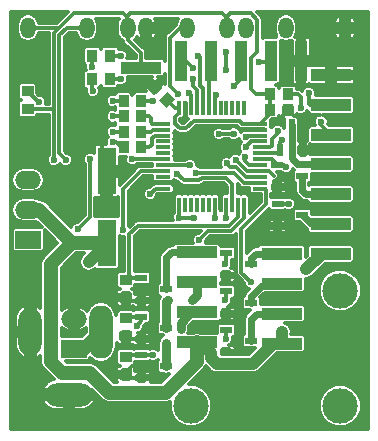
<source format=gtl>
G04 #@! TF.FileFunction,Copper,L1,Top,Signal*
%FSLAX46Y46*%
G04 Gerber Fmt 4.6, Leading zero omitted, Abs format (unit mm)*
G04 Created by KiCad (PCBNEW (2015-03-13 BZR 5510)-product) date ons  4 nov 2015 02:41:53*
%MOMM*%
G01*
G04 APERTURE LIST*
%ADD10C,0.100000*%
%ADD11O,4.000500X1.998980*%
%ADD12O,1.998980X4.000500*%
%ADD13O,1.998980X4.500880*%
%ADD14R,3.450000X1.020000*%
%ADD15O,1.300000X1.800000*%
%ADD16R,1.020000X3.450000*%
%ADD17R,1.600200X4.000500*%
%ADD18R,0.899160X1.000760*%
%ADD19R,1.000760X0.599440*%
%ADD20R,0.599440X1.000760*%
%ADD21R,1.000760X0.899160*%
%ADD22C,3.000000*%
%ADD23R,0.299720X1.300480*%
%ADD24R,1.300480X0.299720*%
%ADD25R,2.199640X1.524000*%
%ADD26O,2.199640X1.524000*%
%ADD27C,0.600000*%
%ADD28C,1.200000*%
%ADD29C,1.000000*%
%ADD30C,0.300000*%
%ADD31C,0.600000*%
%ADD32C,0.800000*%
G04 APERTURE END LIST*
D10*
D11*
X123160120Y-118270980D03*
D12*
X119908920Y-112970000D03*
D13*
X125910940Y-112970000D03*
D14*
X129260000Y-90590000D03*
D15*
X136540000Y-87220000D03*
X141540000Y-87220000D03*
X146540000Y-87220000D03*
X128160000Y-87220000D03*
X133160000Y-87220000D03*
X138160000Y-87220000D03*
X119700000Y-87220000D03*
X124700000Y-87220000D03*
X129700000Y-87220000D03*
D16*
X142830000Y-90005000D03*
X132670000Y-90005000D03*
X137750000Y-90005000D03*
X135210000Y-90005000D03*
X140290000Y-90005000D03*
D17*
X126360000Y-105420540D03*
X126360000Y-99319460D03*
D18*
X140218160Y-94170000D03*
X141721840Y-94170000D03*
D10*
G36*
X130829908Y-93337552D02*
X131537552Y-92629908D01*
X132173354Y-93265710D01*
X131465710Y-93973354D01*
X130829908Y-93337552D01*
X130829908Y-93337552D01*
G37*
G36*
X129766646Y-92274290D02*
X130474290Y-91566646D01*
X131110092Y-92202448D01*
X130402448Y-92910092D01*
X129766646Y-92274290D01*
X129766646Y-92274290D01*
G37*
D19*
X129313360Y-114927500D03*
X131426640Y-115880000D03*
X129313360Y-116832500D03*
X129313360Y-111667500D03*
X131426640Y-112620000D03*
X129313360Y-113572500D03*
X129313360Y-108417500D03*
X131426640Y-109370000D03*
X129313360Y-110322500D03*
X136503360Y-112797500D03*
X138616640Y-113750000D03*
X136503360Y-114702500D03*
X136503360Y-109537500D03*
X138616640Y-110490000D03*
X136503360Y-111442500D03*
X136493360Y-106277500D03*
X138606640Y-107230000D03*
X136493360Y-108182500D03*
X140833360Y-102107500D03*
X142946640Y-103060000D03*
X140833360Y-104012500D03*
X140823360Y-98807500D03*
X142936640Y-99760000D03*
X140823360Y-100712500D03*
D20*
X141067500Y-97586640D03*
X142020000Y-95473360D03*
X142972500Y-97586640D03*
D18*
X140218160Y-92840000D03*
X141721840Y-92840000D03*
D21*
X119670000Y-94091840D03*
X119670000Y-92588160D03*
D18*
X126651840Y-89570000D03*
X125148160Y-89570000D03*
X129301840Y-93400000D03*
X127798160Y-93400000D03*
X129301840Y-96020000D03*
X127798160Y-96020000D03*
X126611840Y-91590000D03*
X125108160Y-91590000D03*
X129301840Y-94710000D03*
X127798160Y-94710000D03*
X129301840Y-97340000D03*
X127798160Y-97340000D03*
D21*
X127990000Y-115078160D03*
X127990000Y-116581840D03*
X127990000Y-111818160D03*
X127990000Y-113321840D03*
X127990000Y-108568160D03*
X127990000Y-110071840D03*
D22*
X146150000Y-109460000D03*
X146150000Y-119200000D03*
X133500000Y-119200000D03*
D23*
X134010320Y-102189560D03*
X134510700Y-102189560D03*
X135011080Y-102189560D03*
X135508920Y-102189560D03*
X136009300Y-102189560D03*
X132509180Y-102189560D03*
X133009560Y-102189560D03*
X133509940Y-102189560D03*
D24*
X139359560Y-100840820D03*
X139359560Y-100340440D03*
X139359560Y-99840060D03*
X139359560Y-99339680D03*
X139359560Y-98839300D03*
X139359560Y-98338920D03*
X139359560Y-97841080D03*
X139359560Y-97340700D03*
D23*
X138010820Y-93990440D03*
X137510440Y-93990440D03*
X137010060Y-93990440D03*
X136509680Y-93990440D03*
X136009300Y-93990440D03*
X135508920Y-93990440D03*
X135011080Y-93990440D03*
X134510700Y-93990440D03*
D24*
X131160440Y-95339180D03*
X131160440Y-95839560D03*
X131160440Y-96339940D03*
X131160440Y-96840320D03*
X131160440Y-97340700D03*
X131160440Y-97841080D03*
X131160440Y-98338920D03*
X131160440Y-98839300D03*
D23*
X136509680Y-102189560D03*
X137010060Y-102189560D03*
X137510440Y-102189560D03*
X138010820Y-102189560D03*
D24*
X139359560Y-96840320D03*
X139359560Y-96339940D03*
X139359560Y-95839560D03*
X139359560Y-95339180D03*
D23*
X134010320Y-93990440D03*
X133509940Y-93990440D03*
X133009560Y-93990440D03*
X132509180Y-93990440D03*
D24*
X131160440Y-99339680D03*
X131160440Y-99840060D03*
X131160440Y-100340440D03*
X131160440Y-100840820D03*
D14*
X145390000Y-96290000D03*
X145390000Y-93750000D03*
X145390000Y-91210000D03*
X133995000Y-113850000D03*
X133995000Y-111310000D03*
X133995000Y-108770000D03*
X133995000Y-106230000D03*
X141185000Y-113950000D03*
X141185000Y-111410000D03*
X141185000Y-108870000D03*
X141185000Y-106330000D03*
X145335000Y-106370000D03*
X145335000Y-103830000D03*
X145335000Y-101290000D03*
X145335000Y-98750000D03*
D25*
X119720000Y-105170000D03*
D26*
X119720000Y-102630000D03*
X119720000Y-100090000D03*
D25*
X123580000Y-114400000D03*
D26*
X123580000Y-111860000D03*
D27*
X143280000Y-107660000D03*
X141220000Y-112970000D03*
X124840000Y-107050000D03*
X141790000Y-104020000D03*
X125940000Y-96760000D03*
X127810000Y-99800000D03*
X129460000Y-102770000D03*
X132270000Y-101040000D03*
X135020000Y-101050000D03*
X138860000Y-102100000D03*
X141260000Y-95130000D03*
X143690000Y-95150000D03*
X130270000Y-116830000D03*
X129180000Y-101320000D03*
X129290000Y-92270000D03*
X123760000Y-94410000D03*
X130270000Y-113580000D03*
X130270000Y-110320000D03*
X137450000Y-108500000D03*
X137310000Y-111440000D03*
X137460000Y-114700000D03*
X129380000Y-107370000D03*
X132800000Y-95080000D03*
X134980000Y-96160000D03*
X145420000Y-95170000D03*
X121900000Y-98390000D03*
X130070000Y-101290000D03*
X133730000Y-103290000D03*
X136510000Y-103290000D03*
X132510000Y-103290000D03*
X125150000Y-90510000D03*
X126880000Y-93380000D03*
X126890000Y-96010000D03*
X125180000Y-92570000D03*
X126890000Y-94720000D03*
X126920000Y-96860000D03*
X133650000Y-90640000D03*
X133420000Y-98830000D03*
X135510000Y-103310000D03*
X137130000Y-92160000D03*
X137140000Y-96170000D03*
X135880000Y-96190000D03*
X135640000Y-92870000D03*
X139280000Y-90070000D03*
X131420000Y-113890000D03*
X132650000Y-112700000D03*
X133630000Y-110230000D03*
X131580000Y-110230000D03*
X136500000Y-113560000D03*
X134200000Y-105190000D03*
X136410000Y-110300000D03*
X138590000Y-108770000D03*
X136410000Y-107240000D03*
X137280000Y-98400000D03*
X141770000Y-102110000D03*
X138100000Y-98150000D03*
X141560000Y-98960000D03*
X140850000Y-95920000D03*
X142800000Y-94020000D03*
X120650000Y-93470000D03*
X122890000Y-98380000D03*
X132310000Y-99560000D03*
X132400000Y-92810000D03*
X133900000Y-99470000D03*
X127540000Y-89570000D03*
X134140000Y-89580000D03*
X130320000Y-93400000D03*
X133310000Y-92740000D03*
X133640000Y-91590000D03*
X127550000Y-91570000D03*
X141230000Y-96710000D03*
X144550000Y-95150000D03*
X138130000Y-97340000D03*
X143480000Y-92760000D03*
X138130000Y-96470000D03*
X130290000Y-114930000D03*
X123940000Y-104250000D03*
X124970000Y-98340000D03*
X128550000Y-98340000D03*
X128950000Y-112440000D03*
X127770000Y-104320000D03*
X136510000Y-89260000D03*
X136510000Y-90790000D03*
X136550000Y-98680000D03*
D28*
X133995000Y-113850000D02*
X133995000Y-115485000D01*
X133995000Y-115485000D02*
X131380000Y-118100000D01*
D29*
X141185000Y-113950000D02*
X141185000Y-113005000D01*
X143280000Y-107660000D02*
X144570000Y-106370000D01*
X141185000Y-113005000D02*
X141220000Y-112970000D01*
X144570000Y-106370000D02*
X145335000Y-106370000D01*
X138730000Y-115670000D02*
X140450000Y-113950000D01*
X135710000Y-115670000D02*
X138730000Y-115670000D01*
X134900000Y-114410000D02*
X135220000Y-114730000D01*
X135220000Y-114730000D02*
X135220000Y-115180000D01*
X135220000Y-115180000D02*
X135710000Y-115670000D01*
X133995000Y-113850000D02*
X134555000Y-114410000D01*
X134555000Y-114410000D02*
X134900000Y-114410000D01*
X140450000Y-113950000D02*
X141185000Y-113950000D01*
X124840000Y-107050000D02*
X126360000Y-105530000D01*
X126360000Y-105530000D02*
X126360000Y-105420540D01*
D28*
X120650000Y-102630000D02*
X119720000Y-102630000D01*
X123440540Y-105420540D02*
X120650000Y-102630000D01*
X126360000Y-105420540D02*
X123440540Y-105420540D01*
X121660000Y-107201080D02*
X123440540Y-105420540D01*
X121660000Y-115480000D02*
X121660000Y-107201080D01*
X122610000Y-116430000D02*
X121660000Y-115480000D01*
X124930000Y-116430000D02*
X122610000Y-116430000D01*
X126600000Y-118100000D02*
X124930000Y-116430000D01*
X131380000Y-118100000D02*
X126600000Y-118100000D01*
D30*
X140833360Y-104012500D02*
X141782500Y-104012500D01*
X141782500Y-104012500D02*
X141790000Y-104020000D01*
X126360000Y-99319460D02*
X125940000Y-98899460D01*
X125940000Y-98899460D02*
X125940000Y-96760000D01*
X126360000Y-99319460D02*
X126840540Y-99800000D01*
X126840540Y-99800000D02*
X127810000Y-99800000D01*
X131160440Y-100340440D02*
X131910440Y-100340440D01*
X132270000Y-100700000D02*
X132270000Y-101040000D01*
X131910440Y-100340440D02*
X132270000Y-100700000D01*
X136009300Y-102189560D02*
X136009300Y-101429300D01*
X135190000Y-101220000D02*
X135020000Y-101050000D01*
X135800000Y-101220000D02*
X135190000Y-101220000D01*
X136009300Y-101429300D02*
X135800000Y-101220000D01*
X141260000Y-94631840D02*
X141721840Y-94170000D01*
X141260000Y-95130000D02*
X141260000Y-94631840D01*
X141721840Y-94170000D02*
X142201840Y-94650000D01*
X143190000Y-94650000D02*
X143690000Y-95150000D01*
X142201840Y-94650000D02*
X143190000Y-94650000D01*
X127990000Y-116581840D02*
X127990000Y-116410000D01*
X127990000Y-116410000D02*
X128510000Y-115890000D01*
X130267500Y-116832500D02*
X130270000Y-116830000D01*
X129313360Y-116832500D02*
X130267500Y-116832500D01*
X130270000Y-116110000D02*
X130270000Y-116830000D01*
X130050000Y-115890000D02*
X130270000Y-116110000D01*
X128510000Y-115890000D02*
X130050000Y-115890000D01*
X131160440Y-100340440D02*
X130159560Y-100340440D01*
X130159560Y-100340440D02*
X129180000Y-101320000D01*
X130438369Y-92238369D02*
X130406738Y-92270000D01*
X130406738Y-92270000D02*
X129290000Y-92270000D01*
X129313360Y-113572500D02*
X130262500Y-113572500D01*
X130262500Y-113572500D02*
X130270000Y-113580000D01*
X129313360Y-110322500D02*
X130267500Y-110322500D01*
X130267500Y-110322500D02*
X130270000Y-110320000D01*
X136493360Y-108182500D02*
X137132500Y-108182500D01*
X137132500Y-108182500D02*
X137450000Y-108500000D01*
X136503360Y-111442500D02*
X137307500Y-111442500D01*
X137307500Y-111442500D02*
X137310000Y-111440000D01*
X136503360Y-114702500D02*
X137457500Y-114702500D01*
X137457500Y-114702500D02*
X137460000Y-114700000D01*
X129313360Y-116832500D02*
X128240660Y-116832500D01*
X128240660Y-116832500D02*
X127990000Y-116581840D01*
X129313360Y-113572500D02*
X128240660Y-113572500D01*
X128240660Y-113572500D02*
X127990000Y-113321840D01*
X127990000Y-110071840D02*
X128240660Y-110322500D01*
X128240660Y-110322500D02*
X129313360Y-110322500D01*
X133009560Y-93990440D02*
X133009560Y-94810440D01*
X132800000Y-95020000D02*
X132800000Y-95080000D01*
X133009560Y-94810440D02*
X132800000Y-95020000D01*
X137729560Y-95839560D02*
X137440000Y-95550000D01*
X137440000Y-95550000D02*
X135590000Y-95550000D01*
X135590000Y-95550000D02*
X134980000Y-96160000D01*
X139359560Y-95839560D02*
X137729560Y-95839560D01*
X145420000Y-95170000D02*
X145410000Y-95160000D01*
X144400000Y-91210000D02*
X145390000Y-91210000D01*
X136540000Y-87220000D02*
X136540000Y-86260000D01*
X139040000Y-92840000D02*
X140218160Y-92840000D01*
X138600000Y-92400000D02*
X139040000Y-92840000D01*
X138600000Y-89800000D02*
X138600000Y-92400000D01*
X139120000Y-89280000D02*
X138600000Y-89800000D01*
X139120000Y-86570000D02*
X139120000Y-89280000D01*
X138550000Y-86000000D02*
X139120000Y-86570000D01*
X136800000Y-86000000D02*
X138550000Y-86000000D01*
X136540000Y-86260000D02*
X136800000Y-86000000D01*
X132509180Y-93990440D02*
X132509180Y-94420820D01*
X132509180Y-94420820D02*
X132140000Y-94790000D01*
X137865578Y-95339180D02*
X139359560Y-95339180D01*
X137626396Y-95099998D02*
X137865578Y-95339180D01*
X133750002Y-95099998D02*
X137626396Y-95099998D01*
X133110000Y-95740000D02*
X133750002Y-95099998D01*
X132550000Y-95740000D02*
X133110000Y-95740000D01*
X132140000Y-95330000D02*
X132550000Y-95740000D01*
X132140000Y-94790000D02*
X132140000Y-95330000D01*
X131501631Y-93301631D02*
X132190440Y-93990440D01*
X132190440Y-93990440D02*
X132509180Y-93990440D01*
X119670000Y-94091840D02*
X119698160Y-94120000D01*
X119698160Y-94120000D02*
X121900000Y-94120000D01*
X121900000Y-87670000D02*
X122350000Y-87220000D01*
X121900000Y-98390000D02*
X121900000Y-94120000D01*
X121900000Y-94120000D02*
X121900000Y-87670000D01*
X140218160Y-94170000D02*
X140218160Y-92840000D01*
X128070000Y-86280000D02*
X128360000Y-85990000D01*
X136450000Y-86280000D02*
X136450000Y-87320000D01*
X136160000Y-85990000D02*
X136450000Y-86280000D01*
X128360000Y-85990000D02*
X136160000Y-85990000D01*
X119690000Y-87220000D02*
X122350000Y-87220000D01*
X128070000Y-86280000D02*
X128070000Y-87260000D01*
X127780000Y-85990000D02*
X128070000Y-86280000D01*
X122350000Y-87220000D02*
X123580000Y-85990000D01*
X123580000Y-85990000D02*
X127780000Y-85990000D01*
X140218160Y-94170000D02*
X140218160Y-94480580D01*
X140218160Y-94480580D02*
X139359560Y-95339180D01*
X131160440Y-100840820D02*
X130519180Y-100840820D01*
X130519180Y-100840820D02*
X130070000Y-101290000D01*
X136500000Y-103290000D02*
X136509680Y-103280320D01*
X136509680Y-103280320D02*
X136509680Y-102189560D01*
X136510000Y-103290000D02*
X136500000Y-103290000D01*
X132510000Y-103290000D02*
X132509180Y-103289180D01*
X132509180Y-103289180D02*
X132509180Y-102189560D01*
X132510000Y-103290000D02*
X133730000Y-103290000D01*
X129260000Y-89370000D02*
X128160000Y-88270000D01*
X128160000Y-88270000D02*
X128160000Y-87220000D01*
X129260000Y-90590000D02*
X129260000Y-89370000D01*
X125148160Y-90508160D02*
X125150000Y-90510000D01*
X125148160Y-89570000D02*
X125148160Y-90508160D01*
X126900000Y-93400000D02*
X127798160Y-93400000D01*
X126880000Y-93380000D02*
X126900000Y-93400000D01*
X126890000Y-96010000D02*
X127788160Y-96010000D01*
X127788160Y-96010000D02*
X127798160Y-96020000D01*
X125108160Y-92498160D02*
X125108160Y-91590000D01*
X125180000Y-92570000D02*
X125108160Y-92498160D01*
X126900000Y-94710000D02*
X127798160Y-94710000D01*
X126890000Y-94720000D02*
X126900000Y-94710000D01*
X127798160Y-97340000D02*
X127630000Y-97340000D01*
X127630000Y-97340000D02*
X127150000Y-96860000D01*
X127150000Y-96860000D02*
X126920000Y-96860000D01*
D28*
X125910940Y-112970000D02*
X124480940Y-114400000D01*
D30*
X132630000Y-90145000D02*
X133155000Y-90145000D01*
X133155000Y-90145000D02*
X133650000Y-90640000D01*
X133410700Y-98839300D02*
X133420000Y-98830000D01*
X131160440Y-98839300D02*
X133410700Y-98839300D01*
X135508920Y-103308920D02*
X135508920Y-102189560D01*
X135510000Y-103310000D02*
X135508920Y-103308920D01*
X137710000Y-91580000D02*
X137710000Y-90145000D01*
X137130000Y-92160000D02*
X137710000Y-91580000D01*
X135900000Y-96170000D02*
X137140000Y-96170000D01*
X135880000Y-96190000D02*
X135900000Y-96170000D01*
X135011080Y-90303920D02*
X135170000Y-90145000D01*
X135011080Y-93990440D02*
X135011080Y-90303920D01*
X135508920Y-93001080D02*
X135640000Y-92870000D01*
X139280000Y-90070000D02*
X139355000Y-90145000D01*
X139355000Y-90145000D02*
X140250000Y-90145000D01*
X135508920Y-93990440D02*
X135508920Y-93001080D01*
D31*
X131426640Y-109370000D02*
X131426640Y-106663360D01*
X131860000Y-106230000D02*
X133995000Y-106230000D01*
X131426640Y-106663360D02*
X131860000Y-106230000D01*
D32*
X133510000Y-111310000D02*
X133995000Y-111310000D01*
X131426640Y-113896640D02*
X131420000Y-113890000D01*
X132650000Y-112700000D02*
X132650000Y-112170000D01*
X132650000Y-112170000D02*
X133510000Y-111310000D01*
X131426640Y-115880000D02*
X131426640Y-113896640D01*
X133995000Y-109865000D02*
X133995000Y-108770000D01*
X131426640Y-112620000D02*
X131426640Y-110383360D01*
X131426640Y-110383360D02*
X131580000Y-110230000D01*
X133630000Y-110230000D02*
X133995000Y-109865000D01*
D31*
X138606640Y-107230000D02*
X138606640Y-106723360D01*
X139000000Y-106330000D02*
X141185000Y-106330000D01*
X138606640Y-106723360D02*
X139000000Y-106330000D01*
X138616640Y-113750000D02*
X138616640Y-111853360D01*
X139060000Y-111410000D02*
X141185000Y-111410000D01*
X138616640Y-111853360D02*
X139060000Y-111410000D01*
X138616640Y-110490000D02*
X138616640Y-109953360D01*
X138616640Y-109953360D02*
X139700000Y-108870000D01*
X139700000Y-108870000D02*
X141185000Y-108870000D01*
X142020000Y-95473360D02*
X142020000Y-98280000D01*
X142490000Y-98750000D02*
X145335000Y-98750000D01*
X142020000Y-98280000D02*
X142490000Y-98750000D01*
X142946640Y-103060000D02*
X143716640Y-103830000D01*
X143716640Y-103830000D02*
X145335000Y-103830000D01*
X142936640Y-99760000D02*
X142936640Y-101006640D01*
X143220000Y-101290000D02*
X145335000Y-101290000D01*
X142936640Y-101006640D02*
X143220000Y-101290000D01*
D30*
X127990000Y-108568160D02*
X128140660Y-108417500D01*
X128140660Y-108417500D02*
X129313360Y-108417500D01*
X137510440Y-102189560D02*
X137510440Y-103209560D01*
X128290000Y-104690000D02*
X128290000Y-108268160D01*
X129000000Y-103980000D02*
X128290000Y-104690000D01*
X136740000Y-103980000D02*
X129000000Y-103980000D01*
X137510440Y-103209560D02*
X136740000Y-103980000D01*
X128290000Y-108268160D02*
X127990000Y-108568160D01*
X136503360Y-112797500D02*
X136503360Y-113556640D01*
X136503360Y-113556640D02*
X136500000Y-113560000D01*
X138010820Y-102189560D02*
X138010820Y-103345578D01*
X134959998Y-104430002D02*
X134200000Y-105190000D01*
X136926396Y-104430002D02*
X134959998Y-104430002D01*
X138010820Y-103345578D02*
X136926396Y-104430002D01*
X136503360Y-110206640D02*
X136503360Y-109537500D01*
X136410000Y-110300000D02*
X136503360Y-110206640D01*
X139359560Y-100840820D02*
X139750820Y-100840820D01*
X139750820Y-100840820D02*
X139870000Y-100960000D01*
X139870000Y-100960000D02*
X139870000Y-102122796D01*
X139870000Y-102122796D02*
X137770000Y-104222796D01*
X137770000Y-104222796D02*
X137770000Y-107950000D01*
X137770000Y-107950000D02*
X138590000Y-108770000D01*
X139359560Y-99339680D02*
X138272476Y-99339680D01*
X136493360Y-107156640D02*
X136493360Y-106277500D01*
X136410000Y-107240000D02*
X136493360Y-107156640D01*
X137332796Y-98400000D02*
X137280000Y-98400000D01*
X138272476Y-99339680D02*
X137332796Y-98400000D01*
X139359560Y-99339680D02*
X140119680Y-99339680D01*
X140119680Y-99339680D02*
X140510000Y-99730000D01*
X140833360Y-102107500D02*
X141767500Y-102107500D01*
X141767500Y-102107500D02*
X141770000Y-102110000D01*
X139359560Y-98839300D02*
X138408494Y-98839300D01*
X138100000Y-98530806D02*
X138100000Y-98150000D01*
X138408494Y-98839300D02*
X138100000Y-98530806D01*
X139359560Y-98839678D02*
X139359560Y-98839300D01*
X140823360Y-98807500D02*
X141407500Y-98807500D01*
X141407500Y-98807500D02*
X141560000Y-98960000D01*
X139359560Y-98338920D02*
X140354780Y-98338920D01*
X140354780Y-98338920D02*
X140823360Y-98807500D01*
X140850000Y-95920000D02*
X140850000Y-96160000D01*
X140850000Y-96160000D02*
X140340000Y-96670000D01*
X140340000Y-96670000D02*
X140340000Y-97200000D01*
X140340000Y-97200000D02*
X140199300Y-97340700D01*
X140199300Y-97340700D02*
X139359560Y-97340700D01*
X142600000Y-92840000D02*
X141721840Y-92840000D01*
X142800000Y-93040000D02*
X142600000Y-92840000D01*
X142800000Y-94020000D02*
X142800000Y-93040000D01*
X119670000Y-92588160D02*
X120551840Y-93470000D01*
X120551840Y-93470000D02*
X120650000Y-93470000D01*
X137010060Y-102189560D02*
X137010060Y-100470062D01*
X122986398Y-87220000D02*
X124690000Y-87220000D01*
X122360000Y-87846398D02*
X122986398Y-87220000D01*
X122360000Y-97850000D02*
X122360000Y-87846398D01*
X122890000Y-98380000D02*
X122360000Y-97850000D01*
X132890000Y-100140000D02*
X132310000Y-99560000D01*
X134210000Y-100140000D02*
X132890000Y-100140000D01*
X134429998Y-99920002D02*
X134210000Y-100140000D01*
X136460000Y-99920002D02*
X134429998Y-99920002D01*
X137010060Y-100470062D02*
X136460000Y-99920002D01*
X133070000Y-87260000D02*
X132560000Y-87260000D01*
X132560000Y-87260000D02*
X131730000Y-88090000D01*
X131730000Y-88090000D02*
X131730000Y-92140000D01*
X131730000Y-92140000D02*
X132400000Y-92810000D01*
X133900000Y-99470000D02*
X137130000Y-99470000D01*
X137130000Y-99470000D02*
X138000440Y-100340440D01*
X138000440Y-100340440D02*
X139359560Y-100340440D01*
X134510700Y-93990440D02*
X134510700Y-92340700D01*
X127540000Y-89570000D02*
X126651840Y-89570000D01*
X134280000Y-89720000D02*
X134140000Y-89580000D01*
X134280000Y-92110000D02*
X134280000Y-89720000D01*
X134510700Y-92340700D02*
X134280000Y-92110000D01*
X133509940Y-93990440D02*
X133509940Y-92939940D01*
X133509940Y-92939940D02*
X133310000Y-92740000D01*
X129301840Y-93400000D02*
X130320000Y-93400000D01*
X131160440Y-95839560D02*
X130294042Y-95839560D01*
X130113602Y-96020000D02*
X129301840Y-96020000D01*
X130294042Y-95839560D02*
X130113602Y-96020000D01*
X134010320Y-93990440D02*
X134010320Y-92476718D01*
X134010320Y-92476718D02*
X133640000Y-92106398D01*
X133640000Y-92106398D02*
X133640000Y-91590000D01*
X127550000Y-91570000D02*
X127530000Y-91590000D01*
X127530000Y-91590000D02*
X126611840Y-91590000D01*
X131160440Y-95339180D02*
X130239180Y-95339180D01*
X129970000Y-94710000D02*
X129301840Y-94710000D01*
X130080000Y-94820000D02*
X129970000Y-94710000D01*
X130080000Y-95180000D02*
X130080000Y-94820000D01*
X130239180Y-95339180D02*
X130080000Y-95180000D01*
X131160440Y-96339940D02*
X130430060Y-96339940D01*
X129970000Y-97340000D02*
X129301840Y-97340000D01*
X130200000Y-97110000D02*
X129970000Y-97340000D01*
X130200000Y-96570000D02*
X130200000Y-97110000D01*
X130430060Y-96339940D02*
X130200000Y-96570000D01*
X141230000Y-96710000D02*
X141067500Y-96872500D01*
X141067500Y-96872500D02*
X141067500Y-97586640D01*
X139359560Y-97841080D02*
X140813060Y-97841080D01*
X140813060Y-97841080D02*
X141067500Y-97586640D01*
X144550000Y-95150000D02*
X144550000Y-95450000D01*
X144550000Y-95450000D02*
X145390000Y-96290000D01*
X138629680Y-96840320D02*
X138130000Y-97340000D01*
X139359560Y-96840320D02*
X138629680Y-96840320D01*
X143480000Y-92760000D02*
X143480000Y-93670000D01*
X143480000Y-93670000D02*
X143560000Y-93750000D01*
X143560000Y-93750000D02*
X145390000Y-93750000D01*
X138260060Y-96339940D02*
X138130000Y-96470000D01*
X139359560Y-96339940D02*
X138260060Y-96339940D01*
X131160440Y-98338920D02*
X128551080Y-98338920D01*
X130287500Y-114927500D02*
X129313360Y-114927500D01*
X130290000Y-114930000D02*
X130287500Y-114927500D01*
X124970000Y-103220000D02*
X123940000Y-104250000D01*
X124970000Y-98340000D02*
X124970000Y-103220000D01*
X128551080Y-98338920D02*
X128550000Y-98340000D01*
X127990000Y-115078160D02*
X127711840Y-115078160D01*
X127971838Y-115059998D02*
X127990000Y-115078160D01*
X129313360Y-114927500D02*
X128140660Y-114927500D01*
X128140660Y-114927500D02*
X127990000Y-115078160D01*
X127968160Y-115100000D02*
X127990000Y-115078160D01*
X131160440Y-99339680D02*
X129280320Y-99339680D01*
X129313360Y-112076640D02*
X129313360Y-111667500D01*
X128950000Y-112440000D02*
X129313360Y-112076640D01*
X127770000Y-100850000D02*
X127770000Y-104320000D01*
X129280320Y-99339680D02*
X127770000Y-100850000D01*
X129313360Y-111667500D02*
X128140660Y-111667500D01*
X128140660Y-111667500D02*
X127990000Y-111818160D01*
X136510000Y-90790000D02*
X136510000Y-89260000D01*
X138136458Y-99840060D02*
X137316396Y-99019998D01*
X137316396Y-99019998D02*
X136789998Y-99019998D01*
X136789998Y-99019998D02*
X136550000Y-98780000D01*
X136550000Y-98780000D02*
X136550000Y-98680000D01*
X139359560Y-99840060D02*
X138136458Y-99840060D01*
G36*
X130204323Y-98889680D02*
X129280320Y-98889680D01*
X129108112Y-98923934D01*
X128962122Y-99021482D01*
X127460100Y-100523504D01*
X127460100Y-99744460D01*
X127385100Y-99669460D01*
X126710000Y-99669460D01*
X126710000Y-101544710D01*
X126785000Y-101619710D01*
X127100426Y-101619710D01*
X127219773Y-101619710D01*
X127320000Y-101578195D01*
X127320000Y-103166388D01*
X127278040Y-103138065D01*
X127160100Y-103114413D01*
X125559900Y-103114413D01*
X125445511Y-103136607D01*
X125420000Y-103153364D01*
X125420000Y-101586479D01*
X125500227Y-101619710D01*
X125619574Y-101619710D01*
X125935000Y-101619710D01*
X126010000Y-101544710D01*
X126010000Y-99669460D01*
X125990000Y-99669460D01*
X125990000Y-98969460D01*
X126010000Y-98969460D01*
X126010000Y-98949460D01*
X126710000Y-98949460D01*
X126710000Y-98969460D01*
X127385100Y-98969460D01*
X127460100Y-98894460D01*
X127460100Y-98146257D01*
X127980778Y-98146257D01*
X127950104Y-98220129D01*
X127949896Y-98458824D01*
X128041048Y-98679429D01*
X128209683Y-98848359D01*
X128430129Y-98939896D01*
X128668824Y-98940104D01*
X128889429Y-98848952D01*
X128949566Y-98788920D01*
X130204323Y-98788920D01*
X130204323Y-98889680D01*
X130204323Y-98889680D01*
G37*
X130204323Y-98889680D02*
X129280320Y-98889680D01*
X129108112Y-98923934D01*
X128962122Y-99021482D01*
X127460100Y-100523504D01*
X127460100Y-99744460D01*
X127385100Y-99669460D01*
X126710000Y-99669460D01*
X126710000Y-101544710D01*
X126785000Y-101619710D01*
X127100426Y-101619710D01*
X127219773Y-101619710D01*
X127320000Y-101578195D01*
X127320000Y-103166388D01*
X127278040Y-103138065D01*
X127160100Y-103114413D01*
X125559900Y-103114413D01*
X125445511Y-103136607D01*
X125420000Y-103153364D01*
X125420000Y-101586479D01*
X125500227Y-101619710D01*
X125619574Y-101619710D01*
X125935000Y-101619710D01*
X126010000Y-101544710D01*
X126010000Y-99669460D01*
X125990000Y-99669460D01*
X125990000Y-98969460D01*
X126010000Y-98969460D01*
X126010000Y-98949460D01*
X126710000Y-98949460D01*
X126710000Y-98969460D01*
X127385100Y-98969460D01*
X127460100Y-98894460D01*
X127460100Y-98146257D01*
X127980778Y-98146257D01*
X127950104Y-98220129D01*
X127949896Y-98458824D01*
X128041048Y-98679429D01*
X128209683Y-98848359D01*
X128430129Y-98939896D01*
X128668824Y-98940104D01*
X128889429Y-98848952D01*
X128949566Y-98788920D01*
X130204323Y-98788920D01*
X130204323Y-98889680D01*
G36*
X131677009Y-116530198D02*
X131007208Y-117200000D01*
X130110382Y-117200000D01*
X130113740Y-117191894D01*
X130113740Y-117057360D01*
X130113740Y-116607640D01*
X130113740Y-116473106D01*
X130068068Y-116362843D01*
X129983676Y-116278452D01*
X129873413Y-116232780D01*
X129754066Y-116232780D01*
X129638550Y-116232780D01*
X129563550Y-116307780D01*
X129563550Y-116682640D01*
X130038740Y-116682640D01*
X130113740Y-116607640D01*
X130113740Y-117057360D01*
X130038740Y-116982360D01*
X129563550Y-116982360D01*
X129563550Y-117132220D01*
X129063170Y-117132220D01*
X129063170Y-116982360D01*
X128943360Y-116982360D01*
X128943360Y-116682640D01*
X129063170Y-116682640D01*
X129063170Y-116307780D01*
X128988170Y-116232780D01*
X128872654Y-116232780D01*
X128790380Y-116232780D01*
X128790380Y-116231838D01*
X128790380Y-116072586D01*
X128744708Y-115962323D01*
X128660316Y-115877932D01*
X128550053Y-115832260D01*
X128497374Y-115832260D01*
X128604769Y-115811423D01*
X128705306Y-115745381D01*
X128772605Y-115645680D01*
X128795870Y-115529665D01*
X128812980Y-115533097D01*
X129813740Y-115533097D01*
X129928129Y-115510903D01*
X130004140Y-115460971D01*
X130170129Y-115529896D01*
X130408824Y-115530104D01*
X130629429Y-115438952D01*
X130726640Y-115341910D01*
X130726640Y-115352584D01*
X130711334Y-115362639D01*
X130644035Y-115462340D01*
X130620383Y-115580280D01*
X130620383Y-116179720D01*
X130642577Y-116294109D01*
X130708619Y-116394646D01*
X130808320Y-116461945D01*
X130926260Y-116485597D01*
X131097222Y-116485597D01*
X131158762Y-116526716D01*
X131426640Y-116580000D01*
X131677009Y-116530198D01*
X131677009Y-116530198D01*
G37*
X131677009Y-116530198D02*
X131007208Y-117200000D01*
X130110382Y-117200000D01*
X130113740Y-117191894D01*
X130113740Y-117057360D01*
X130113740Y-116607640D01*
X130113740Y-116473106D01*
X130068068Y-116362843D01*
X129983676Y-116278452D01*
X129873413Y-116232780D01*
X129754066Y-116232780D01*
X129638550Y-116232780D01*
X129563550Y-116307780D01*
X129563550Y-116682640D01*
X130038740Y-116682640D01*
X130113740Y-116607640D01*
X130113740Y-117057360D01*
X130038740Y-116982360D01*
X129563550Y-116982360D01*
X129563550Y-117132220D01*
X129063170Y-117132220D01*
X129063170Y-116982360D01*
X128943360Y-116982360D01*
X128943360Y-116682640D01*
X129063170Y-116682640D01*
X129063170Y-116307780D01*
X128988170Y-116232780D01*
X128872654Y-116232780D01*
X128790380Y-116232780D01*
X128790380Y-116231838D01*
X128790380Y-116072586D01*
X128744708Y-115962323D01*
X128660316Y-115877932D01*
X128550053Y-115832260D01*
X128497374Y-115832260D01*
X128604769Y-115811423D01*
X128705306Y-115745381D01*
X128772605Y-115645680D01*
X128795870Y-115529665D01*
X128812980Y-115533097D01*
X129813740Y-115533097D01*
X129928129Y-115510903D01*
X130004140Y-115460971D01*
X130170129Y-115529896D01*
X130408824Y-115530104D01*
X130629429Y-115438952D01*
X130726640Y-115341910D01*
X130726640Y-115352584D01*
X130711334Y-115362639D01*
X130644035Y-115462340D01*
X130620383Y-115580280D01*
X130620383Y-116179720D01*
X130642577Y-116294109D01*
X130708619Y-116394646D01*
X130808320Y-116461945D01*
X130926260Y-116485597D01*
X131097222Y-116485597D01*
X131158762Y-116526716D01*
X131426640Y-116580000D01*
X131677009Y-116530198D01*
G36*
X132377825Y-86440000D02*
X132282314Y-86582942D01*
X132210000Y-86946491D01*
X132210000Y-86973604D01*
X131411802Y-87771802D01*
X131314254Y-87917792D01*
X131280000Y-88090000D01*
X131280000Y-90023939D01*
X131268683Y-89965611D01*
X131202641Y-89865074D01*
X131102940Y-89797775D01*
X130985000Y-89774123D01*
X130604298Y-89774123D01*
X130604298Y-87714473D01*
X130556409Y-87570000D01*
X130025000Y-87570000D01*
X130025000Y-88282404D01*
X130160644Y-88300847D01*
X130166567Y-88282303D01*
X130441907Y-88041923D01*
X130604298Y-87714473D01*
X130604298Y-89774123D01*
X129710000Y-89774123D01*
X129710000Y-89370000D01*
X129675746Y-89197793D01*
X129675746Y-89197792D01*
X129578198Y-89051802D01*
X128747770Y-88221374D01*
X128831751Y-88165260D01*
X128939378Y-88004185D01*
X128958093Y-88041923D01*
X129233433Y-88282303D01*
X129239356Y-88300847D01*
X129375000Y-88282404D01*
X129375000Y-87570000D01*
X129330000Y-87570000D01*
X129330000Y-86870000D01*
X129375000Y-86870000D01*
X129375000Y-86850000D01*
X130025000Y-86850000D01*
X130025000Y-86870000D01*
X130556409Y-86870000D01*
X130604298Y-86725527D01*
X130462697Y-86440000D01*
X132377825Y-86440000D01*
X132377825Y-86440000D01*
G37*
X132377825Y-86440000D02*
X132282314Y-86582942D01*
X132210000Y-86946491D01*
X132210000Y-86973604D01*
X131411802Y-87771802D01*
X131314254Y-87917792D01*
X131280000Y-88090000D01*
X131280000Y-90023939D01*
X131268683Y-89965611D01*
X131202641Y-89865074D01*
X131102940Y-89797775D01*
X130985000Y-89774123D01*
X130604298Y-89774123D01*
X130604298Y-87714473D01*
X130556409Y-87570000D01*
X130025000Y-87570000D01*
X130025000Y-88282404D01*
X130160644Y-88300847D01*
X130166567Y-88282303D01*
X130441907Y-88041923D01*
X130604298Y-87714473D01*
X130604298Y-89774123D01*
X129710000Y-89774123D01*
X129710000Y-89370000D01*
X129675746Y-89197793D01*
X129675746Y-89197792D01*
X129578198Y-89051802D01*
X128747770Y-88221374D01*
X128831751Y-88165260D01*
X128939378Y-88004185D01*
X128958093Y-88041923D01*
X129233433Y-88282303D01*
X129239356Y-88300847D01*
X129375000Y-88282404D01*
X129375000Y-87570000D01*
X129330000Y-87570000D01*
X129330000Y-86870000D01*
X129375000Y-86870000D01*
X129375000Y-86850000D01*
X130025000Y-86850000D01*
X130025000Y-86870000D01*
X130556409Y-86870000D01*
X130604298Y-86725527D01*
X130462697Y-86440000D01*
X132377825Y-86440000D01*
G36*
X133282587Y-94931016D02*
X132923604Y-95290000D01*
X132736396Y-95290000D01*
X132590000Y-95143604D01*
X132590000Y-94976396D01*
X132619839Y-94946557D01*
X132659040Y-94946557D01*
X132764714Y-94926053D01*
X132800026Y-94940680D01*
X132859630Y-94940680D01*
X132934630Y-94865680D01*
X132934630Y-94768449D01*
X132941265Y-94758620D01*
X132964917Y-94640680D01*
X132964917Y-93620440D01*
X133054203Y-93620440D01*
X133054203Y-94640680D01*
X133076397Y-94755069D01*
X133084490Y-94767389D01*
X133084490Y-94865680D01*
X133159490Y-94940680D01*
X133219094Y-94940680D01*
X133255526Y-94925589D01*
X133282587Y-94931016D01*
X133282587Y-94931016D01*
G37*
X133282587Y-94931016D02*
X132923604Y-95290000D01*
X132736396Y-95290000D01*
X132590000Y-95143604D01*
X132590000Y-94976396D01*
X132619839Y-94946557D01*
X132659040Y-94946557D01*
X132764714Y-94926053D01*
X132800026Y-94940680D01*
X132859630Y-94940680D01*
X132934630Y-94865680D01*
X132934630Y-94768449D01*
X132941265Y-94758620D01*
X132964917Y-94640680D01*
X132964917Y-93620440D01*
X133054203Y-93620440D01*
X133054203Y-94640680D01*
X133076397Y-94755069D01*
X133084490Y-94767389D01*
X133084490Y-94865680D01*
X133159490Y-94940680D01*
X133219094Y-94940680D01*
X133255526Y-94925589D01*
X133282587Y-94931016D01*
G36*
X134323604Y-104430000D02*
X134163636Y-104589967D01*
X134081176Y-104589896D01*
X133860571Y-104681048D01*
X133691641Y-104849683D01*
X133600104Y-105070129D01*
X133599896Y-105308824D01*
X133643404Y-105414123D01*
X132270000Y-105414123D01*
X132155611Y-105436317D01*
X132055074Y-105502359D01*
X131987775Y-105602060D01*
X131982171Y-105630000D01*
X131860000Y-105630000D01*
X131630390Y-105675672D01*
X131435736Y-105805736D01*
X131002376Y-106239096D01*
X130872312Y-106433750D01*
X130826640Y-106663360D01*
X130826640Y-108783731D01*
X130811871Y-108786597D01*
X130711334Y-108852639D01*
X130644035Y-108952340D01*
X130620383Y-109070280D01*
X130620383Y-109669720D01*
X130642577Y-109784109D01*
X130708619Y-109884646D01*
X130808320Y-109951945D01*
X130879638Y-109966247D01*
X130779924Y-110115481D01*
X130726640Y-110383360D01*
X130726640Y-112092584D01*
X130711334Y-112102639D01*
X130644035Y-112202340D01*
X130620383Y-112320280D01*
X130620383Y-112919720D01*
X130642577Y-113034109D01*
X130708619Y-113134646D01*
X130808320Y-113201945D01*
X130926260Y-113225597D01*
X131097222Y-113225597D01*
X131137907Y-113252781D01*
X130925025Y-113395025D01*
X130773284Y-113622121D01*
X130720000Y-113890000D01*
X130726640Y-113923381D01*
X130726640Y-114518132D01*
X130630317Y-114421641D01*
X130409871Y-114330104D01*
X130171176Y-114329896D01*
X130113740Y-114353627D01*
X130113740Y-113931894D01*
X130113740Y-113797360D01*
X130113740Y-113347640D01*
X130113740Y-113213106D01*
X130068068Y-113102843D01*
X129983676Y-113018452D01*
X129873413Y-112972780D01*
X129754066Y-112972780D01*
X129638550Y-112972780D01*
X129563550Y-113047780D01*
X129563550Y-113422640D01*
X130038740Y-113422640D01*
X130113740Y-113347640D01*
X130113740Y-113797360D01*
X130038740Y-113722360D01*
X129563550Y-113722360D01*
X129563550Y-114097220D01*
X129638550Y-114172220D01*
X129754066Y-114172220D01*
X129873413Y-114172220D01*
X129983676Y-114126548D01*
X130068068Y-114042157D01*
X130113740Y-113931894D01*
X130113740Y-114353627D01*
X130008227Y-114397224D01*
X129931680Y-114345555D01*
X129813740Y-114321903D01*
X129063170Y-114321903D01*
X128812980Y-114321903D01*
X128698591Y-114344097D01*
X128651146Y-114375263D01*
X128608320Y-114346355D01*
X128490380Y-114322703D01*
X127489620Y-114322703D01*
X127375231Y-114344897D01*
X127274694Y-114410939D01*
X127207395Y-114510640D01*
X127183743Y-114628580D01*
X127183743Y-115527740D01*
X127205937Y-115642129D01*
X127271979Y-115742666D01*
X127371680Y-115809965D01*
X127482853Y-115832260D01*
X127429947Y-115832260D01*
X127319684Y-115877932D01*
X127235292Y-115962323D01*
X127189620Y-116072586D01*
X127189620Y-116282050D01*
X127264620Y-116357050D01*
X127739810Y-116357050D01*
X127739810Y-116211840D01*
X128240190Y-116211840D01*
X128240190Y-116357050D01*
X128360000Y-116357050D01*
X128360000Y-116806630D01*
X128240190Y-116806630D01*
X128240190Y-116951840D01*
X127739810Y-116951840D01*
X127739810Y-116806630D01*
X127264620Y-116806630D01*
X127189620Y-116881630D01*
X127189620Y-117091094D01*
X127234729Y-117200000D01*
X126972792Y-117200000D01*
X125566396Y-115793604D01*
X125274415Y-115598508D01*
X124930000Y-115530000D01*
X122982792Y-115530000D01*
X122920669Y-115467877D01*
X124679820Y-115467877D01*
X124794209Y-115445683D01*
X124894746Y-115379641D01*
X124962045Y-115279940D01*
X124982879Y-115176050D01*
X124992062Y-115189794D01*
X125413647Y-115471488D01*
X125910940Y-115570406D01*
X126408233Y-115471488D01*
X126829818Y-115189794D01*
X127111512Y-114768209D01*
X127210430Y-114270916D01*
X127210430Y-113881334D01*
X127235292Y-113941357D01*
X127319684Y-114025748D01*
X127429947Y-114071420D01*
X127549294Y-114071420D01*
X127664810Y-114071420D01*
X127739810Y-113996420D01*
X127739810Y-113546630D01*
X127620000Y-113546630D01*
X127620000Y-113097050D01*
X127739810Y-113097050D01*
X127739810Y-112951840D01*
X128240190Y-112951840D01*
X128240190Y-113097050D01*
X128360000Y-113097050D01*
X128360000Y-113546630D01*
X128240190Y-113546630D01*
X128240190Y-113996420D01*
X128315190Y-114071420D01*
X128430706Y-114071420D01*
X128550053Y-114071420D01*
X128576825Y-114060330D01*
X128643044Y-114126548D01*
X128753307Y-114172220D01*
X128872654Y-114172220D01*
X128988170Y-114172220D01*
X129063170Y-114097220D01*
X129063170Y-113722360D01*
X128943360Y-113722360D01*
X128943360Y-113422640D01*
X129063170Y-113422640D01*
X129063170Y-113047780D01*
X129055482Y-113040092D01*
X129068824Y-113040104D01*
X129289429Y-112948952D01*
X129458359Y-112780317D01*
X129549896Y-112559871D01*
X129549968Y-112476427D01*
X129631558Y-112394838D01*
X129712903Y-112273097D01*
X129813740Y-112273097D01*
X129928129Y-112250903D01*
X130028666Y-112184861D01*
X130095965Y-112085160D01*
X130119617Y-111967220D01*
X130119617Y-111367780D01*
X130113740Y-111337489D01*
X130113740Y-110681894D01*
X130113740Y-110547360D01*
X130113740Y-110097640D01*
X130113740Y-109963106D01*
X130068068Y-109852843D01*
X129983676Y-109768452D01*
X129873413Y-109722780D01*
X129754066Y-109722780D01*
X129638550Y-109722780D01*
X129563550Y-109797780D01*
X129563550Y-110172640D01*
X130038740Y-110172640D01*
X130113740Y-110097640D01*
X130113740Y-110547360D01*
X130038740Y-110472360D01*
X129563550Y-110472360D01*
X129563550Y-110847220D01*
X129638550Y-110922220D01*
X129754066Y-110922220D01*
X129873413Y-110922220D01*
X129983676Y-110876548D01*
X130068068Y-110792157D01*
X130113740Y-110681894D01*
X130113740Y-111337489D01*
X130097423Y-111253391D01*
X130031381Y-111152854D01*
X129931680Y-111085555D01*
X129813740Y-111061903D01*
X129063170Y-111061903D01*
X128812980Y-111061903D01*
X128698591Y-111084097D01*
X128651146Y-111115263D01*
X128608320Y-111086355D01*
X128490380Y-111062703D01*
X127739810Y-111062703D01*
X127739810Y-110746420D01*
X127739810Y-110296630D01*
X127264620Y-110296630D01*
X127189620Y-110371630D01*
X127189620Y-110581094D01*
X127235292Y-110691357D01*
X127319684Y-110775748D01*
X127429947Y-110821420D01*
X127549294Y-110821420D01*
X127664810Y-110821420D01*
X127739810Y-110746420D01*
X127739810Y-111062703D01*
X127489620Y-111062703D01*
X127375231Y-111084897D01*
X127274694Y-111150939D01*
X127207395Y-111250640D01*
X127183743Y-111368580D01*
X127183743Y-111534919D01*
X127111512Y-111171791D01*
X126829818Y-110750206D01*
X126408233Y-110468512D01*
X125910940Y-110369594D01*
X125413647Y-110468512D01*
X124992062Y-110750206D01*
X124710368Y-111171791D01*
X124709237Y-111177476D01*
X124482049Y-110962572D01*
X124095669Y-110814964D01*
X123930000Y-110875008D01*
X123930000Y-111510000D01*
X123950000Y-111510000D01*
X123950000Y-112210000D01*
X123930000Y-112210000D01*
X123930000Y-112844992D01*
X124095669Y-112905036D01*
X124482049Y-112757428D01*
X124611450Y-112635023D01*
X124611450Y-112996698D01*
X124276025Y-113332123D01*
X122560000Y-113332123D01*
X122560000Y-112645854D01*
X122677951Y-112757428D01*
X123064331Y-112905036D01*
X123230000Y-112844992D01*
X123230000Y-112210000D01*
X123210000Y-112210000D01*
X123210000Y-111510000D01*
X123230000Y-111510000D01*
X123230000Y-110875008D01*
X123064331Y-110814964D01*
X122677951Y-110962572D01*
X122560000Y-111074145D01*
X122560000Y-107573872D01*
X123813332Y-106320540D01*
X124438089Y-106320540D01*
X124274315Y-106484315D01*
X124100896Y-106743853D01*
X124040001Y-107050000D01*
X124100896Y-107356147D01*
X124274315Y-107615685D01*
X124533853Y-107789104D01*
X124840000Y-107849999D01*
X125146147Y-107789104D01*
X125358897Y-107646947D01*
X125441960Y-107703015D01*
X125559900Y-107726667D01*
X127160100Y-107726667D01*
X127274489Y-107704473D01*
X127375026Y-107638431D01*
X127442325Y-107538730D01*
X127465977Y-107420790D01*
X127465977Y-104843429D01*
X127650129Y-104919896D01*
X127840000Y-104920061D01*
X127840000Y-107812703D01*
X127489620Y-107812703D01*
X127375231Y-107834897D01*
X127274694Y-107900939D01*
X127207395Y-108000640D01*
X127183743Y-108118580D01*
X127183743Y-109017740D01*
X127205937Y-109132129D01*
X127271979Y-109232666D01*
X127371680Y-109299965D01*
X127482853Y-109322260D01*
X127429947Y-109322260D01*
X127319684Y-109367932D01*
X127235292Y-109452323D01*
X127189620Y-109562586D01*
X127189620Y-109772050D01*
X127264620Y-109847050D01*
X127739810Y-109847050D01*
X127739810Y-109701840D01*
X128240190Y-109701840D01*
X128240190Y-109847050D01*
X128360000Y-109847050D01*
X128360000Y-110296630D01*
X128240190Y-110296630D01*
X128240190Y-110746420D01*
X128315190Y-110821420D01*
X128430706Y-110821420D01*
X128550053Y-110821420D01*
X128576825Y-110810330D01*
X128643044Y-110876548D01*
X128753307Y-110922220D01*
X128872654Y-110922220D01*
X128988170Y-110922220D01*
X129063170Y-110847220D01*
X129063170Y-110472360D01*
X128943360Y-110472360D01*
X128943360Y-110172640D01*
X129063170Y-110172640D01*
X129063170Y-109797780D01*
X128988170Y-109722780D01*
X128872654Y-109722780D01*
X128790380Y-109722780D01*
X128790380Y-109721838D01*
X128790380Y-109562586D01*
X128744708Y-109452323D01*
X128660316Y-109367932D01*
X128550053Y-109322260D01*
X128497374Y-109322260D01*
X128604769Y-109301423D01*
X128705306Y-109235381D01*
X128772605Y-109135680D01*
X128795870Y-109019665D01*
X128812980Y-109023097D01*
X129813740Y-109023097D01*
X129928129Y-109000903D01*
X130028666Y-108934861D01*
X130095965Y-108835160D01*
X130119617Y-108717220D01*
X130119617Y-108117780D01*
X130097423Y-108003391D01*
X130031381Y-107902854D01*
X129931680Y-107835555D01*
X129813740Y-107811903D01*
X128812980Y-107811903D01*
X128740000Y-107826062D01*
X128740000Y-104876396D01*
X129186396Y-104430000D01*
X134323604Y-104430000D01*
X134323604Y-104430000D01*
G37*
X134323604Y-104430000D02*
X134163636Y-104589967D01*
X134081176Y-104589896D01*
X133860571Y-104681048D01*
X133691641Y-104849683D01*
X133600104Y-105070129D01*
X133599896Y-105308824D01*
X133643404Y-105414123D01*
X132270000Y-105414123D01*
X132155611Y-105436317D01*
X132055074Y-105502359D01*
X131987775Y-105602060D01*
X131982171Y-105630000D01*
X131860000Y-105630000D01*
X131630390Y-105675672D01*
X131435736Y-105805736D01*
X131002376Y-106239096D01*
X130872312Y-106433750D01*
X130826640Y-106663360D01*
X130826640Y-108783731D01*
X130811871Y-108786597D01*
X130711334Y-108852639D01*
X130644035Y-108952340D01*
X130620383Y-109070280D01*
X130620383Y-109669720D01*
X130642577Y-109784109D01*
X130708619Y-109884646D01*
X130808320Y-109951945D01*
X130879638Y-109966247D01*
X130779924Y-110115481D01*
X130726640Y-110383360D01*
X130726640Y-112092584D01*
X130711334Y-112102639D01*
X130644035Y-112202340D01*
X130620383Y-112320280D01*
X130620383Y-112919720D01*
X130642577Y-113034109D01*
X130708619Y-113134646D01*
X130808320Y-113201945D01*
X130926260Y-113225597D01*
X131097222Y-113225597D01*
X131137907Y-113252781D01*
X130925025Y-113395025D01*
X130773284Y-113622121D01*
X130720000Y-113890000D01*
X130726640Y-113923381D01*
X130726640Y-114518132D01*
X130630317Y-114421641D01*
X130409871Y-114330104D01*
X130171176Y-114329896D01*
X130113740Y-114353627D01*
X130113740Y-113931894D01*
X130113740Y-113797360D01*
X130113740Y-113347640D01*
X130113740Y-113213106D01*
X130068068Y-113102843D01*
X129983676Y-113018452D01*
X129873413Y-112972780D01*
X129754066Y-112972780D01*
X129638550Y-112972780D01*
X129563550Y-113047780D01*
X129563550Y-113422640D01*
X130038740Y-113422640D01*
X130113740Y-113347640D01*
X130113740Y-113797360D01*
X130038740Y-113722360D01*
X129563550Y-113722360D01*
X129563550Y-114097220D01*
X129638550Y-114172220D01*
X129754066Y-114172220D01*
X129873413Y-114172220D01*
X129983676Y-114126548D01*
X130068068Y-114042157D01*
X130113740Y-113931894D01*
X130113740Y-114353627D01*
X130008227Y-114397224D01*
X129931680Y-114345555D01*
X129813740Y-114321903D01*
X129063170Y-114321903D01*
X128812980Y-114321903D01*
X128698591Y-114344097D01*
X128651146Y-114375263D01*
X128608320Y-114346355D01*
X128490380Y-114322703D01*
X127489620Y-114322703D01*
X127375231Y-114344897D01*
X127274694Y-114410939D01*
X127207395Y-114510640D01*
X127183743Y-114628580D01*
X127183743Y-115527740D01*
X127205937Y-115642129D01*
X127271979Y-115742666D01*
X127371680Y-115809965D01*
X127482853Y-115832260D01*
X127429947Y-115832260D01*
X127319684Y-115877932D01*
X127235292Y-115962323D01*
X127189620Y-116072586D01*
X127189620Y-116282050D01*
X127264620Y-116357050D01*
X127739810Y-116357050D01*
X127739810Y-116211840D01*
X128240190Y-116211840D01*
X128240190Y-116357050D01*
X128360000Y-116357050D01*
X128360000Y-116806630D01*
X128240190Y-116806630D01*
X128240190Y-116951840D01*
X127739810Y-116951840D01*
X127739810Y-116806630D01*
X127264620Y-116806630D01*
X127189620Y-116881630D01*
X127189620Y-117091094D01*
X127234729Y-117200000D01*
X126972792Y-117200000D01*
X125566396Y-115793604D01*
X125274415Y-115598508D01*
X124930000Y-115530000D01*
X122982792Y-115530000D01*
X122920669Y-115467877D01*
X124679820Y-115467877D01*
X124794209Y-115445683D01*
X124894746Y-115379641D01*
X124962045Y-115279940D01*
X124982879Y-115176050D01*
X124992062Y-115189794D01*
X125413647Y-115471488D01*
X125910940Y-115570406D01*
X126408233Y-115471488D01*
X126829818Y-115189794D01*
X127111512Y-114768209D01*
X127210430Y-114270916D01*
X127210430Y-113881334D01*
X127235292Y-113941357D01*
X127319684Y-114025748D01*
X127429947Y-114071420D01*
X127549294Y-114071420D01*
X127664810Y-114071420D01*
X127739810Y-113996420D01*
X127739810Y-113546630D01*
X127620000Y-113546630D01*
X127620000Y-113097050D01*
X127739810Y-113097050D01*
X127739810Y-112951840D01*
X128240190Y-112951840D01*
X128240190Y-113097050D01*
X128360000Y-113097050D01*
X128360000Y-113546630D01*
X128240190Y-113546630D01*
X128240190Y-113996420D01*
X128315190Y-114071420D01*
X128430706Y-114071420D01*
X128550053Y-114071420D01*
X128576825Y-114060330D01*
X128643044Y-114126548D01*
X128753307Y-114172220D01*
X128872654Y-114172220D01*
X128988170Y-114172220D01*
X129063170Y-114097220D01*
X129063170Y-113722360D01*
X128943360Y-113722360D01*
X128943360Y-113422640D01*
X129063170Y-113422640D01*
X129063170Y-113047780D01*
X129055482Y-113040092D01*
X129068824Y-113040104D01*
X129289429Y-112948952D01*
X129458359Y-112780317D01*
X129549896Y-112559871D01*
X129549968Y-112476427D01*
X129631558Y-112394838D01*
X129712903Y-112273097D01*
X129813740Y-112273097D01*
X129928129Y-112250903D01*
X130028666Y-112184861D01*
X130095965Y-112085160D01*
X130119617Y-111967220D01*
X130119617Y-111367780D01*
X130113740Y-111337489D01*
X130113740Y-110681894D01*
X130113740Y-110547360D01*
X130113740Y-110097640D01*
X130113740Y-109963106D01*
X130068068Y-109852843D01*
X129983676Y-109768452D01*
X129873413Y-109722780D01*
X129754066Y-109722780D01*
X129638550Y-109722780D01*
X129563550Y-109797780D01*
X129563550Y-110172640D01*
X130038740Y-110172640D01*
X130113740Y-110097640D01*
X130113740Y-110547360D01*
X130038740Y-110472360D01*
X129563550Y-110472360D01*
X129563550Y-110847220D01*
X129638550Y-110922220D01*
X129754066Y-110922220D01*
X129873413Y-110922220D01*
X129983676Y-110876548D01*
X130068068Y-110792157D01*
X130113740Y-110681894D01*
X130113740Y-111337489D01*
X130097423Y-111253391D01*
X130031381Y-111152854D01*
X129931680Y-111085555D01*
X129813740Y-111061903D01*
X129063170Y-111061903D01*
X128812980Y-111061903D01*
X128698591Y-111084097D01*
X128651146Y-111115263D01*
X128608320Y-111086355D01*
X128490380Y-111062703D01*
X127739810Y-111062703D01*
X127739810Y-110746420D01*
X127739810Y-110296630D01*
X127264620Y-110296630D01*
X127189620Y-110371630D01*
X127189620Y-110581094D01*
X127235292Y-110691357D01*
X127319684Y-110775748D01*
X127429947Y-110821420D01*
X127549294Y-110821420D01*
X127664810Y-110821420D01*
X127739810Y-110746420D01*
X127739810Y-111062703D01*
X127489620Y-111062703D01*
X127375231Y-111084897D01*
X127274694Y-111150939D01*
X127207395Y-111250640D01*
X127183743Y-111368580D01*
X127183743Y-111534919D01*
X127111512Y-111171791D01*
X126829818Y-110750206D01*
X126408233Y-110468512D01*
X125910940Y-110369594D01*
X125413647Y-110468512D01*
X124992062Y-110750206D01*
X124710368Y-111171791D01*
X124709237Y-111177476D01*
X124482049Y-110962572D01*
X124095669Y-110814964D01*
X123930000Y-110875008D01*
X123930000Y-111510000D01*
X123950000Y-111510000D01*
X123950000Y-112210000D01*
X123930000Y-112210000D01*
X123930000Y-112844992D01*
X124095669Y-112905036D01*
X124482049Y-112757428D01*
X124611450Y-112635023D01*
X124611450Y-112996698D01*
X124276025Y-113332123D01*
X122560000Y-113332123D01*
X122560000Y-112645854D01*
X122677951Y-112757428D01*
X123064331Y-112905036D01*
X123230000Y-112844992D01*
X123230000Y-112210000D01*
X123210000Y-112210000D01*
X123210000Y-111510000D01*
X123230000Y-111510000D01*
X123230000Y-110875008D01*
X123064331Y-110814964D01*
X122677951Y-110962572D01*
X122560000Y-111074145D01*
X122560000Y-107573872D01*
X123813332Y-106320540D01*
X124438089Y-106320540D01*
X124274315Y-106484315D01*
X124100896Y-106743853D01*
X124040001Y-107050000D01*
X124100896Y-107356147D01*
X124274315Y-107615685D01*
X124533853Y-107789104D01*
X124840000Y-107849999D01*
X125146147Y-107789104D01*
X125358897Y-107646947D01*
X125441960Y-107703015D01*
X125559900Y-107726667D01*
X127160100Y-107726667D01*
X127274489Y-107704473D01*
X127375026Y-107638431D01*
X127442325Y-107538730D01*
X127465977Y-107420790D01*
X127465977Y-104843429D01*
X127650129Y-104919896D01*
X127840000Y-104920061D01*
X127840000Y-107812703D01*
X127489620Y-107812703D01*
X127375231Y-107834897D01*
X127274694Y-107900939D01*
X127207395Y-108000640D01*
X127183743Y-108118580D01*
X127183743Y-109017740D01*
X127205937Y-109132129D01*
X127271979Y-109232666D01*
X127371680Y-109299965D01*
X127482853Y-109322260D01*
X127429947Y-109322260D01*
X127319684Y-109367932D01*
X127235292Y-109452323D01*
X127189620Y-109562586D01*
X127189620Y-109772050D01*
X127264620Y-109847050D01*
X127739810Y-109847050D01*
X127739810Y-109701840D01*
X128240190Y-109701840D01*
X128240190Y-109847050D01*
X128360000Y-109847050D01*
X128360000Y-110296630D01*
X128240190Y-110296630D01*
X128240190Y-110746420D01*
X128315190Y-110821420D01*
X128430706Y-110821420D01*
X128550053Y-110821420D01*
X128576825Y-110810330D01*
X128643044Y-110876548D01*
X128753307Y-110922220D01*
X128872654Y-110922220D01*
X128988170Y-110922220D01*
X129063170Y-110847220D01*
X129063170Y-110472360D01*
X128943360Y-110472360D01*
X128943360Y-110172640D01*
X129063170Y-110172640D01*
X129063170Y-109797780D01*
X128988170Y-109722780D01*
X128872654Y-109722780D01*
X128790380Y-109722780D01*
X128790380Y-109721838D01*
X128790380Y-109562586D01*
X128744708Y-109452323D01*
X128660316Y-109367932D01*
X128550053Y-109322260D01*
X128497374Y-109322260D01*
X128604769Y-109301423D01*
X128705306Y-109235381D01*
X128772605Y-109135680D01*
X128795870Y-109019665D01*
X128812980Y-109023097D01*
X129813740Y-109023097D01*
X129928129Y-109000903D01*
X130028666Y-108934861D01*
X130095965Y-108835160D01*
X130119617Y-108717220D01*
X130119617Y-108117780D01*
X130097423Y-108003391D01*
X130031381Y-107902854D01*
X129931680Y-107835555D01*
X129813740Y-107811903D01*
X128812980Y-107811903D01*
X128740000Y-107826062D01*
X128740000Y-104876396D01*
X129186396Y-104430000D01*
X134323604Y-104430000D01*
G36*
X136560060Y-101233443D02*
X136359820Y-101233443D01*
X136254145Y-101253946D01*
X136218834Y-101239320D01*
X136159230Y-101239320D01*
X136084230Y-101314320D01*
X136084230Y-101411550D01*
X136077595Y-101421380D01*
X136053943Y-101539320D01*
X136053943Y-102559560D01*
X135964657Y-102559560D01*
X135964657Y-101539320D01*
X135942463Y-101424931D01*
X135934370Y-101412610D01*
X135934370Y-101314320D01*
X135859370Y-101239320D01*
X135799766Y-101239320D01*
X135763333Y-101254410D01*
X135658780Y-101233443D01*
X135359060Y-101233443D01*
X135258362Y-101252980D01*
X135160940Y-101233443D01*
X134861220Y-101233443D01*
X134759231Y-101253230D01*
X134660560Y-101233443D01*
X134360840Y-101233443D01*
X134258851Y-101253230D01*
X134160180Y-101233443D01*
X133860460Y-101233443D01*
X133758471Y-101253230D01*
X133659800Y-101233443D01*
X133360080Y-101233443D01*
X133258091Y-101253230D01*
X133159420Y-101233443D01*
X132859700Y-101233443D01*
X132757711Y-101253230D01*
X132659040Y-101233443D01*
X132359320Y-101233443D01*
X132244931Y-101255637D01*
X132144394Y-101321679D01*
X132116557Y-101362918D01*
X132116557Y-100990680D01*
X132116557Y-100690960D01*
X132096053Y-100585284D01*
X132110680Y-100549973D01*
X132110680Y-100490370D01*
X132035680Y-100415370D01*
X131938449Y-100415370D01*
X131928620Y-100408735D01*
X131810680Y-100385083D01*
X130510200Y-100385083D01*
X130395811Y-100407277D01*
X130383490Y-100415370D01*
X130285200Y-100415370D01*
X130210200Y-100490370D01*
X130210200Y-100516462D01*
X130200982Y-100522622D01*
X130033636Y-100689967D01*
X129951176Y-100689896D01*
X129730571Y-100781048D01*
X129561641Y-100949683D01*
X129470104Y-101170129D01*
X129469896Y-101408824D01*
X129561048Y-101629429D01*
X129729683Y-101798359D01*
X129950129Y-101889896D01*
X130188824Y-101890104D01*
X130409429Y-101798952D01*
X130578359Y-101630317D01*
X130669896Y-101409871D01*
X130669968Y-101326427D01*
X130699839Y-101296557D01*
X131810680Y-101296557D01*
X131925069Y-101274363D01*
X132025606Y-101208321D01*
X132092905Y-101108620D01*
X132116557Y-100990680D01*
X132116557Y-101362918D01*
X132077095Y-101421380D01*
X132053443Y-101539320D01*
X132053443Y-102839800D01*
X132059180Y-102869368D01*
X132059180Y-102892244D01*
X132001641Y-102949683D01*
X131910104Y-103170129D01*
X131909896Y-103408824D01*
X131959964Y-103530000D01*
X129000000Y-103530000D01*
X128827793Y-103564253D01*
X128681802Y-103661802D01*
X128303535Y-104040068D01*
X128278952Y-103980571D01*
X128220000Y-103921515D01*
X128220000Y-101036396D01*
X129466716Y-99789680D01*
X130204323Y-99789680D01*
X130204323Y-99989920D01*
X130224826Y-100095595D01*
X130210200Y-100130907D01*
X130210200Y-100190510D01*
X130285200Y-100265510D01*
X130382430Y-100265510D01*
X130392260Y-100272145D01*
X130510200Y-100295797D01*
X131810680Y-100295797D01*
X131925069Y-100273603D01*
X131937389Y-100265510D01*
X132035680Y-100265510D01*
X132110680Y-100190510D01*
X132110680Y-100130907D01*
X132108678Y-100126074D01*
X132190129Y-100159896D01*
X132273572Y-100159968D01*
X132571802Y-100458198D01*
X132717792Y-100555746D01*
X132717793Y-100555746D01*
X132890000Y-100590000D01*
X134210000Y-100590000D01*
X134382207Y-100555746D01*
X134382208Y-100555746D01*
X134528198Y-100458198D01*
X134616394Y-100370002D01*
X136273604Y-100370002D01*
X136560060Y-100656458D01*
X136560060Y-101233443D01*
X136560060Y-101233443D01*
G37*
X136560060Y-101233443D02*
X136359820Y-101233443D01*
X136254145Y-101253946D01*
X136218834Y-101239320D01*
X136159230Y-101239320D01*
X136084230Y-101314320D01*
X136084230Y-101411550D01*
X136077595Y-101421380D01*
X136053943Y-101539320D01*
X136053943Y-102559560D01*
X135964657Y-102559560D01*
X135964657Y-101539320D01*
X135942463Y-101424931D01*
X135934370Y-101412610D01*
X135934370Y-101314320D01*
X135859370Y-101239320D01*
X135799766Y-101239320D01*
X135763333Y-101254410D01*
X135658780Y-101233443D01*
X135359060Y-101233443D01*
X135258362Y-101252980D01*
X135160940Y-101233443D01*
X134861220Y-101233443D01*
X134759231Y-101253230D01*
X134660560Y-101233443D01*
X134360840Y-101233443D01*
X134258851Y-101253230D01*
X134160180Y-101233443D01*
X133860460Y-101233443D01*
X133758471Y-101253230D01*
X133659800Y-101233443D01*
X133360080Y-101233443D01*
X133258091Y-101253230D01*
X133159420Y-101233443D01*
X132859700Y-101233443D01*
X132757711Y-101253230D01*
X132659040Y-101233443D01*
X132359320Y-101233443D01*
X132244931Y-101255637D01*
X132144394Y-101321679D01*
X132116557Y-101362918D01*
X132116557Y-100990680D01*
X132116557Y-100690960D01*
X132096053Y-100585284D01*
X132110680Y-100549973D01*
X132110680Y-100490370D01*
X132035680Y-100415370D01*
X131938449Y-100415370D01*
X131928620Y-100408735D01*
X131810680Y-100385083D01*
X130510200Y-100385083D01*
X130395811Y-100407277D01*
X130383490Y-100415370D01*
X130285200Y-100415370D01*
X130210200Y-100490370D01*
X130210200Y-100516462D01*
X130200982Y-100522622D01*
X130033636Y-100689967D01*
X129951176Y-100689896D01*
X129730571Y-100781048D01*
X129561641Y-100949683D01*
X129470104Y-101170129D01*
X129469896Y-101408824D01*
X129561048Y-101629429D01*
X129729683Y-101798359D01*
X129950129Y-101889896D01*
X130188824Y-101890104D01*
X130409429Y-101798952D01*
X130578359Y-101630317D01*
X130669896Y-101409871D01*
X130669968Y-101326427D01*
X130699839Y-101296557D01*
X131810680Y-101296557D01*
X131925069Y-101274363D01*
X132025606Y-101208321D01*
X132092905Y-101108620D01*
X132116557Y-100990680D01*
X132116557Y-101362918D01*
X132077095Y-101421380D01*
X132053443Y-101539320D01*
X132053443Y-102839800D01*
X132059180Y-102869368D01*
X132059180Y-102892244D01*
X132001641Y-102949683D01*
X131910104Y-103170129D01*
X131909896Y-103408824D01*
X131959964Y-103530000D01*
X129000000Y-103530000D01*
X128827793Y-103564253D01*
X128681802Y-103661802D01*
X128303535Y-104040068D01*
X128278952Y-103980571D01*
X128220000Y-103921515D01*
X128220000Y-101036396D01*
X129466716Y-99789680D01*
X130204323Y-99789680D01*
X130204323Y-99989920D01*
X130224826Y-100095595D01*
X130210200Y-100130907D01*
X130210200Y-100190510D01*
X130285200Y-100265510D01*
X130382430Y-100265510D01*
X130392260Y-100272145D01*
X130510200Y-100295797D01*
X131810680Y-100295797D01*
X131925069Y-100273603D01*
X131937389Y-100265510D01*
X132035680Y-100265510D01*
X132110680Y-100190510D01*
X132110680Y-100130907D01*
X132108678Y-100126074D01*
X132190129Y-100159896D01*
X132273572Y-100159968D01*
X132571802Y-100458198D01*
X132717792Y-100555746D01*
X132717793Y-100555746D01*
X132890000Y-100590000D01*
X134210000Y-100590000D01*
X134382207Y-100555746D01*
X134382208Y-100555746D01*
X134528198Y-100458198D01*
X134616394Y-100370002D01*
X136273604Y-100370002D01*
X136560060Y-100656458D01*
X136560060Y-101233443D01*
G36*
X138530000Y-87570000D02*
X138485000Y-87570000D01*
X138485000Y-87590000D01*
X137835000Y-87590000D01*
X137835000Y-87570000D01*
X137790000Y-87570000D01*
X137790000Y-86870000D01*
X137835000Y-86870000D01*
X137835000Y-86850000D01*
X138485000Y-86850000D01*
X138485000Y-86870000D01*
X138530000Y-86870000D01*
X138530000Y-87570000D01*
X138530000Y-87570000D01*
G37*
X138530000Y-87570000D02*
X138485000Y-87570000D01*
X138485000Y-87590000D01*
X137835000Y-87590000D01*
X137835000Y-87570000D01*
X137790000Y-87570000D01*
X137790000Y-86870000D01*
X137835000Y-86870000D01*
X137835000Y-86850000D01*
X138485000Y-86850000D01*
X138485000Y-86870000D01*
X138530000Y-86870000D01*
X138530000Y-87570000D01*
G36*
X138913032Y-114355597D02*
X138398629Y-114870000D01*
X137303740Y-114870000D01*
X137246380Y-114870000D01*
X137228740Y-114852360D01*
X136753550Y-114852360D01*
X136753550Y-114870000D01*
X136253170Y-114870000D01*
X136253170Y-114852360D01*
X136133360Y-114852360D01*
X136133360Y-114552640D01*
X136253170Y-114552640D01*
X136253170Y-114402780D01*
X136753550Y-114402780D01*
X136753550Y-114552640D01*
X137228740Y-114552640D01*
X137303740Y-114477640D01*
X137303740Y-114343106D01*
X137258068Y-114232843D01*
X137173676Y-114148452D01*
X137063413Y-114102780D01*
X136944066Y-114102780D01*
X136853362Y-114102780D01*
X136828550Y-114102780D01*
X136757558Y-114102780D01*
X136839429Y-114068952D01*
X137008359Y-113900317D01*
X137099896Y-113679871D01*
X137100104Y-113441176D01*
X137078385Y-113388614D01*
X137118129Y-113380903D01*
X137218666Y-113314861D01*
X137285965Y-113215160D01*
X137309617Y-113097220D01*
X137309617Y-112497780D01*
X137303740Y-112467489D01*
X137303740Y-111801894D01*
X137303740Y-111667360D01*
X137228740Y-111592360D01*
X136753550Y-111592360D01*
X136753550Y-111967220D01*
X136828550Y-112042220D01*
X136944066Y-112042220D01*
X137063413Y-112042220D01*
X137173676Y-111996548D01*
X137258068Y-111912157D01*
X137303740Y-111801894D01*
X137303740Y-112467489D01*
X137287423Y-112383391D01*
X137221381Y-112282854D01*
X137121680Y-112215555D01*
X137003740Y-112191903D01*
X136002980Y-112191903D01*
X135888591Y-112214097D01*
X135788054Y-112280139D01*
X135720755Y-112379840D01*
X135697103Y-112497780D01*
X135697103Y-113034123D01*
X134362784Y-113034123D01*
X134339415Y-113018508D01*
X133995000Y-112950000D01*
X133650585Y-113018508D01*
X133627215Y-113034123D01*
X133252452Y-113034123D01*
X133296716Y-112967878D01*
X133350000Y-112700000D01*
X133350000Y-112459950D01*
X133684073Y-112125877D01*
X135720000Y-112125877D01*
X135834389Y-112103683D01*
X135933892Y-112038320D01*
X135943307Y-112042220D01*
X136062654Y-112042220D01*
X136178170Y-112042220D01*
X136253170Y-111967220D01*
X136253170Y-111592360D01*
X136133360Y-111592360D01*
X136133360Y-111292640D01*
X136253170Y-111292640D01*
X136253170Y-111142780D01*
X136753550Y-111142780D01*
X136753550Y-111292640D01*
X137228740Y-111292640D01*
X137303740Y-111217640D01*
X137303740Y-111083106D01*
X137258068Y-110972843D01*
X137173676Y-110888452D01*
X137063413Y-110842780D01*
X136944066Y-110842780D01*
X136853362Y-110842780D01*
X136828550Y-110842780D01*
X136667558Y-110842780D01*
X136749429Y-110808952D01*
X136918359Y-110640317D01*
X137009896Y-110419871D01*
X137010104Y-110181176D01*
X136994370Y-110143097D01*
X137003740Y-110143097D01*
X137118129Y-110120903D01*
X137218666Y-110054861D01*
X137285965Y-109955160D01*
X137309617Y-109837220D01*
X137309617Y-109237780D01*
X137293740Y-109155949D01*
X137293740Y-108541894D01*
X137293740Y-108407360D01*
X137218740Y-108332360D01*
X136743550Y-108332360D01*
X136743550Y-108707220D01*
X136818550Y-108782220D01*
X136934066Y-108782220D01*
X137053413Y-108782220D01*
X137163676Y-108736548D01*
X137248068Y-108652157D01*
X137293740Y-108541894D01*
X137293740Y-109155949D01*
X137287423Y-109123391D01*
X137221381Y-109022854D01*
X137121680Y-108955555D01*
X137003740Y-108931903D01*
X136025877Y-108931903D01*
X136025877Y-108782220D01*
X136052654Y-108782220D01*
X136168170Y-108782220D01*
X136243170Y-108707220D01*
X136243170Y-108332360D01*
X136123360Y-108332360D01*
X136123360Y-108032640D01*
X136243170Y-108032640D01*
X136243170Y-107882780D01*
X136743550Y-107882780D01*
X136743550Y-108032640D01*
X137218740Y-108032640D01*
X137293740Y-107957640D01*
X137293740Y-107823106D01*
X137248068Y-107712843D01*
X137163676Y-107628452D01*
X137053413Y-107582780D01*
X136934066Y-107582780D01*
X136915891Y-107582780D01*
X136918359Y-107580317D01*
X137009896Y-107359871D01*
X137010104Y-107121176D01*
X136943360Y-106959642D01*
X136943360Y-106883097D01*
X136993740Y-106883097D01*
X137108129Y-106860903D01*
X137208666Y-106794861D01*
X137275965Y-106695160D01*
X137299617Y-106577220D01*
X137299617Y-105977780D01*
X137277423Y-105863391D01*
X137211381Y-105762854D01*
X137111680Y-105695555D01*
X136993740Y-105671903D01*
X136016545Y-105671903D01*
X136003683Y-105605611D01*
X135937641Y-105505074D01*
X135837940Y-105437775D01*
X135720000Y-105414123D01*
X134756606Y-105414123D01*
X134799896Y-105309871D01*
X134799968Y-105226427D01*
X135146394Y-104880002D01*
X136926396Y-104880002D01*
X137098603Y-104845748D01*
X137098604Y-104845748D01*
X137244594Y-104748200D01*
X137320000Y-104672794D01*
X137320000Y-107950000D01*
X137354254Y-108122208D01*
X137451802Y-108268198D01*
X137989967Y-108806363D01*
X137989896Y-108888824D01*
X138081048Y-109109429D01*
X138249683Y-109278359D01*
X138386359Y-109335112D01*
X138192376Y-109529096D01*
X138062312Y-109723750D01*
X138026907Y-109901739D01*
X138001871Y-109906597D01*
X137901334Y-109972639D01*
X137834035Y-110072340D01*
X137810383Y-110190280D01*
X137810383Y-110789720D01*
X137832577Y-110904109D01*
X137898619Y-111004646D01*
X137998320Y-111071945D01*
X138116260Y-111095597D01*
X138525875Y-111095597D01*
X138192376Y-111429096D01*
X138062312Y-111623750D01*
X138016640Y-111853360D01*
X138016640Y-113163731D01*
X138001871Y-113166597D01*
X137901334Y-113232639D01*
X137834035Y-113332340D01*
X137810383Y-113450280D01*
X137810383Y-114049720D01*
X137832577Y-114164109D01*
X137898619Y-114264646D01*
X137998320Y-114331945D01*
X138116260Y-114355597D01*
X138913032Y-114355597D01*
X138913032Y-114355597D01*
G37*
X138913032Y-114355597D02*
X138398629Y-114870000D01*
X137303740Y-114870000D01*
X137246380Y-114870000D01*
X137228740Y-114852360D01*
X136753550Y-114852360D01*
X136753550Y-114870000D01*
X136253170Y-114870000D01*
X136253170Y-114852360D01*
X136133360Y-114852360D01*
X136133360Y-114552640D01*
X136253170Y-114552640D01*
X136253170Y-114402780D01*
X136753550Y-114402780D01*
X136753550Y-114552640D01*
X137228740Y-114552640D01*
X137303740Y-114477640D01*
X137303740Y-114343106D01*
X137258068Y-114232843D01*
X137173676Y-114148452D01*
X137063413Y-114102780D01*
X136944066Y-114102780D01*
X136853362Y-114102780D01*
X136828550Y-114102780D01*
X136757558Y-114102780D01*
X136839429Y-114068952D01*
X137008359Y-113900317D01*
X137099896Y-113679871D01*
X137100104Y-113441176D01*
X137078385Y-113388614D01*
X137118129Y-113380903D01*
X137218666Y-113314861D01*
X137285965Y-113215160D01*
X137309617Y-113097220D01*
X137309617Y-112497780D01*
X137303740Y-112467489D01*
X137303740Y-111801894D01*
X137303740Y-111667360D01*
X137228740Y-111592360D01*
X136753550Y-111592360D01*
X136753550Y-111967220D01*
X136828550Y-112042220D01*
X136944066Y-112042220D01*
X137063413Y-112042220D01*
X137173676Y-111996548D01*
X137258068Y-111912157D01*
X137303740Y-111801894D01*
X137303740Y-112467489D01*
X137287423Y-112383391D01*
X137221381Y-112282854D01*
X137121680Y-112215555D01*
X137003740Y-112191903D01*
X136002980Y-112191903D01*
X135888591Y-112214097D01*
X135788054Y-112280139D01*
X135720755Y-112379840D01*
X135697103Y-112497780D01*
X135697103Y-113034123D01*
X134362784Y-113034123D01*
X134339415Y-113018508D01*
X133995000Y-112950000D01*
X133650585Y-113018508D01*
X133627215Y-113034123D01*
X133252452Y-113034123D01*
X133296716Y-112967878D01*
X133350000Y-112700000D01*
X133350000Y-112459950D01*
X133684073Y-112125877D01*
X135720000Y-112125877D01*
X135834389Y-112103683D01*
X135933892Y-112038320D01*
X135943307Y-112042220D01*
X136062654Y-112042220D01*
X136178170Y-112042220D01*
X136253170Y-111967220D01*
X136253170Y-111592360D01*
X136133360Y-111592360D01*
X136133360Y-111292640D01*
X136253170Y-111292640D01*
X136253170Y-111142780D01*
X136753550Y-111142780D01*
X136753550Y-111292640D01*
X137228740Y-111292640D01*
X137303740Y-111217640D01*
X137303740Y-111083106D01*
X137258068Y-110972843D01*
X137173676Y-110888452D01*
X137063413Y-110842780D01*
X136944066Y-110842780D01*
X136853362Y-110842780D01*
X136828550Y-110842780D01*
X136667558Y-110842780D01*
X136749429Y-110808952D01*
X136918359Y-110640317D01*
X137009896Y-110419871D01*
X137010104Y-110181176D01*
X136994370Y-110143097D01*
X137003740Y-110143097D01*
X137118129Y-110120903D01*
X137218666Y-110054861D01*
X137285965Y-109955160D01*
X137309617Y-109837220D01*
X137309617Y-109237780D01*
X137293740Y-109155949D01*
X137293740Y-108541894D01*
X137293740Y-108407360D01*
X137218740Y-108332360D01*
X136743550Y-108332360D01*
X136743550Y-108707220D01*
X136818550Y-108782220D01*
X136934066Y-108782220D01*
X137053413Y-108782220D01*
X137163676Y-108736548D01*
X137248068Y-108652157D01*
X137293740Y-108541894D01*
X137293740Y-109155949D01*
X137287423Y-109123391D01*
X137221381Y-109022854D01*
X137121680Y-108955555D01*
X137003740Y-108931903D01*
X136025877Y-108931903D01*
X136025877Y-108782220D01*
X136052654Y-108782220D01*
X136168170Y-108782220D01*
X136243170Y-108707220D01*
X136243170Y-108332360D01*
X136123360Y-108332360D01*
X136123360Y-108032640D01*
X136243170Y-108032640D01*
X136243170Y-107882780D01*
X136743550Y-107882780D01*
X136743550Y-108032640D01*
X137218740Y-108032640D01*
X137293740Y-107957640D01*
X137293740Y-107823106D01*
X137248068Y-107712843D01*
X137163676Y-107628452D01*
X137053413Y-107582780D01*
X136934066Y-107582780D01*
X136915891Y-107582780D01*
X136918359Y-107580317D01*
X137009896Y-107359871D01*
X137010104Y-107121176D01*
X136943360Y-106959642D01*
X136943360Y-106883097D01*
X136993740Y-106883097D01*
X137108129Y-106860903D01*
X137208666Y-106794861D01*
X137275965Y-106695160D01*
X137299617Y-106577220D01*
X137299617Y-105977780D01*
X137277423Y-105863391D01*
X137211381Y-105762854D01*
X137111680Y-105695555D01*
X136993740Y-105671903D01*
X136016545Y-105671903D01*
X136003683Y-105605611D01*
X135937641Y-105505074D01*
X135837940Y-105437775D01*
X135720000Y-105414123D01*
X134756606Y-105414123D01*
X134799896Y-105309871D01*
X134799968Y-105226427D01*
X135146394Y-104880002D01*
X136926396Y-104880002D01*
X137098603Y-104845748D01*
X137098604Y-104845748D01*
X137244594Y-104748200D01*
X137320000Y-104672794D01*
X137320000Y-107950000D01*
X137354254Y-108122208D01*
X137451802Y-108268198D01*
X137989967Y-108806363D01*
X137989896Y-108888824D01*
X138081048Y-109109429D01*
X138249683Y-109278359D01*
X138386359Y-109335112D01*
X138192376Y-109529096D01*
X138062312Y-109723750D01*
X138026907Y-109901739D01*
X138001871Y-109906597D01*
X137901334Y-109972639D01*
X137834035Y-110072340D01*
X137810383Y-110190280D01*
X137810383Y-110789720D01*
X137832577Y-110904109D01*
X137898619Y-111004646D01*
X137998320Y-111071945D01*
X138116260Y-111095597D01*
X138525875Y-111095597D01*
X138192376Y-111429096D01*
X138062312Y-111623750D01*
X138016640Y-111853360D01*
X138016640Y-113163731D01*
X138001871Y-113166597D01*
X137901334Y-113232639D01*
X137834035Y-113332340D01*
X137810383Y-113450280D01*
X137810383Y-114049720D01*
X137832577Y-114164109D01*
X137898619Y-114264646D01*
X137998320Y-114331945D01*
X138116260Y-114355597D01*
X138913032Y-114355597D01*
G36*
X139420000Y-101936400D02*
X138460820Y-102895580D01*
X138460820Y-102868407D01*
X138466557Y-102839800D01*
X138466557Y-101539320D01*
X138444363Y-101424931D01*
X138378321Y-101324394D01*
X138278620Y-101257095D01*
X138160680Y-101233443D01*
X137860960Y-101233443D01*
X137758971Y-101253230D01*
X137660300Y-101233443D01*
X137460060Y-101233443D01*
X137460060Y-100470062D01*
X137451715Y-100428111D01*
X137682242Y-100658638D01*
X137828232Y-100756186D01*
X137828233Y-100756186D01*
X138000440Y-100790440D01*
X138403443Y-100790440D01*
X138403443Y-100990680D01*
X138425637Y-101105069D01*
X138491679Y-101205606D01*
X138591380Y-101272905D01*
X138709320Y-101296557D01*
X139420000Y-101296557D01*
X139420000Y-101936400D01*
X139420000Y-101936400D01*
G37*
X139420000Y-101936400D02*
X138460820Y-102895580D01*
X138460820Y-102868407D01*
X138466557Y-102839800D01*
X138466557Y-101539320D01*
X138444363Y-101424931D01*
X138378321Y-101324394D01*
X138278620Y-101257095D01*
X138160680Y-101233443D01*
X137860960Y-101233443D01*
X137758971Y-101253230D01*
X137660300Y-101233443D01*
X137460060Y-101233443D01*
X137460060Y-100470062D01*
X137451715Y-100428111D01*
X137682242Y-100658638D01*
X137828232Y-100756186D01*
X137828233Y-100756186D01*
X138000440Y-100790440D01*
X138403443Y-100790440D01*
X138403443Y-100990680D01*
X138425637Y-101105069D01*
X138491679Y-101205606D01*
X138591380Y-101272905D01*
X138709320Y-101296557D01*
X139420000Y-101296557D01*
X139420000Y-101936400D01*
G36*
X139729560Y-95884203D02*
X138709320Y-95884203D01*
X138679751Y-95889940D01*
X138297641Y-95889940D01*
X138249871Y-95870104D01*
X138011176Y-95869896D01*
X137790571Y-95961048D01*
X137728476Y-96023034D01*
X137648952Y-95830571D01*
X137480317Y-95661641D01*
X137259871Y-95570104D01*
X137021176Y-95569896D01*
X136800571Y-95661048D01*
X136741515Y-95720000D01*
X136258609Y-95720000D01*
X136220317Y-95681641D01*
X135999871Y-95590104D01*
X135761176Y-95589896D01*
X135540571Y-95681048D01*
X135371641Y-95849683D01*
X135280104Y-96070129D01*
X135279896Y-96308824D01*
X135371048Y-96529429D01*
X135539683Y-96698359D01*
X135760129Y-96789896D01*
X135998824Y-96790104D01*
X136219429Y-96698952D01*
X136298519Y-96620000D01*
X136741425Y-96620000D01*
X136799683Y-96678359D01*
X137020129Y-96769896D01*
X137258824Y-96770104D01*
X137479429Y-96678952D01*
X137541523Y-96616965D01*
X137621048Y-96809429D01*
X137716470Y-96905018D01*
X137621641Y-96999683D01*
X137530104Y-97220129D01*
X137529896Y-97458824D01*
X137621048Y-97679429D01*
X137671497Y-97729966D01*
X137591641Y-97809683D01*
X137566831Y-97869431D01*
X137399871Y-97800104D01*
X137161176Y-97799896D01*
X136940571Y-97891048D01*
X136771641Y-98059683D01*
X136749441Y-98113144D01*
X136669871Y-98080104D01*
X136431176Y-98079896D01*
X136210571Y-98171048D01*
X136041641Y-98339683D01*
X135950104Y-98560129D01*
X135949896Y-98798824D01*
X136041048Y-99019429D01*
X136041618Y-99020000D01*
X134298574Y-99020000D01*
X134240317Y-98961641D01*
X134019965Y-98870143D01*
X134020104Y-98711176D01*
X133928952Y-98490571D01*
X133760317Y-98321641D01*
X133539871Y-98230104D01*
X133301176Y-98229896D01*
X133080571Y-98321048D01*
X133012199Y-98389300D01*
X132116557Y-98389300D01*
X132116557Y-98189060D01*
X132097019Y-98088362D01*
X132116557Y-97990940D01*
X132116557Y-97691220D01*
X132096769Y-97589231D01*
X132116557Y-97490560D01*
X132116557Y-97190840D01*
X132096769Y-97088851D01*
X132116557Y-96990180D01*
X132116557Y-96690460D01*
X132096769Y-96588471D01*
X132116557Y-96489800D01*
X132116557Y-96190080D01*
X132096769Y-96088091D01*
X132116557Y-95989420D01*
X132116557Y-95942953D01*
X132231802Y-96058198D01*
X132377792Y-96155746D01*
X132377793Y-96155747D01*
X132550000Y-96190000D01*
X133110000Y-96190000D01*
X133282207Y-96155746D01*
X133282208Y-96155746D01*
X133428198Y-96058198D01*
X133936398Y-95549998D01*
X137440000Y-95549998D01*
X137547380Y-95657378D01*
X137693370Y-95754926D01*
X137865578Y-95789180D01*
X138680712Y-95789180D01*
X138709320Y-95794917D01*
X139729560Y-95794917D01*
X139729560Y-95884203D01*
X139729560Y-95884203D01*
G37*
X139729560Y-95884203D02*
X138709320Y-95884203D01*
X138679751Y-95889940D01*
X138297641Y-95889940D01*
X138249871Y-95870104D01*
X138011176Y-95869896D01*
X137790571Y-95961048D01*
X137728476Y-96023034D01*
X137648952Y-95830571D01*
X137480317Y-95661641D01*
X137259871Y-95570104D01*
X137021176Y-95569896D01*
X136800571Y-95661048D01*
X136741515Y-95720000D01*
X136258609Y-95720000D01*
X136220317Y-95681641D01*
X135999871Y-95590104D01*
X135761176Y-95589896D01*
X135540571Y-95681048D01*
X135371641Y-95849683D01*
X135280104Y-96070129D01*
X135279896Y-96308824D01*
X135371048Y-96529429D01*
X135539683Y-96698359D01*
X135760129Y-96789896D01*
X135998824Y-96790104D01*
X136219429Y-96698952D01*
X136298519Y-96620000D01*
X136741425Y-96620000D01*
X136799683Y-96678359D01*
X137020129Y-96769896D01*
X137258824Y-96770104D01*
X137479429Y-96678952D01*
X137541523Y-96616965D01*
X137621048Y-96809429D01*
X137716470Y-96905018D01*
X137621641Y-96999683D01*
X137530104Y-97220129D01*
X137529896Y-97458824D01*
X137621048Y-97679429D01*
X137671497Y-97729966D01*
X137591641Y-97809683D01*
X137566831Y-97869431D01*
X137399871Y-97800104D01*
X137161176Y-97799896D01*
X136940571Y-97891048D01*
X136771641Y-98059683D01*
X136749441Y-98113144D01*
X136669871Y-98080104D01*
X136431176Y-98079896D01*
X136210571Y-98171048D01*
X136041641Y-98339683D01*
X135950104Y-98560129D01*
X135949896Y-98798824D01*
X136041048Y-99019429D01*
X136041618Y-99020000D01*
X134298574Y-99020000D01*
X134240317Y-98961641D01*
X134019965Y-98870143D01*
X134020104Y-98711176D01*
X133928952Y-98490571D01*
X133760317Y-98321641D01*
X133539871Y-98230104D01*
X133301176Y-98229896D01*
X133080571Y-98321048D01*
X133012199Y-98389300D01*
X132116557Y-98389300D01*
X132116557Y-98189060D01*
X132097019Y-98088362D01*
X132116557Y-97990940D01*
X132116557Y-97691220D01*
X132096769Y-97589231D01*
X132116557Y-97490560D01*
X132116557Y-97190840D01*
X132096769Y-97088851D01*
X132116557Y-96990180D01*
X132116557Y-96690460D01*
X132096769Y-96588471D01*
X132116557Y-96489800D01*
X132116557Y-96190080D01*
X132096769Y-96088091D01*
X132116557Y-95989420D01*
X132116557Y-95942953D01*
X132231802Y-96058198D01*
X132377792Y-96155746D01*
X132377793Y-96155747D01*
X132550000Y-96190000D01*
X133110000Y-96190000D01*
X133282207Y-96155746D01*
X133282208Y-96155746D01*
X133428198Y-96058198D01*
X133936398Y-95549998D01*
X137440000Y-95549998D01*
X137547380Y-95657378D01*
X137693370Y-95754926D01*
X137865578Y-95789180D01*
X138680712Y-95789180D01*
X138709320Y-95794917D01*
X139729560Y-95794917D01*
X139729560Y-95884203D01*
G36*
X141414924Y-94970380D02*
X141414403Y-94972980D01*
X141414403Y-95714772D01*
X141358952Y-95580571D01*
X141190317Y-95411641D01*
X140969871Y-95320104D01*
X140731176Y-95319896D01*
X140510571Y-95411048D01*
X140341641Y-95579683D01*
X140309800Y-95656364D01*
X140309800Y-95630027D01*
X140309800Y-95518344D01*
X140315677Y-95489040D01*
X140315677Y-95189320D01*
X140293483Y-95074931D01*
X140280289Y-95054846D01*
X140358879Y-94976257D01*
X140667740Y-94976257D01*
X140782129Y-94954063D01*
X140882666Y-94888021D01*
X140949965Y-94788320D01*
X140972260Y-94677146D01*
X140972260Y-94730053D01*
X141017932Y-94840316D01*
X141102323Y-94924708D01*
X141212586Y-94970380D01*
X141371838Y-94970380D01*
X141414924Y-94970380D01*
X141414924Y-94970380D01*
G37*
X141414924Y-94970380D02*
X141414403Y-94972980D01*
X141414403Y-95714772D01*
X141358952Y-95580571D01*
X141190317Y-95411641D01*
X140969871Y-95320104D01*
X140731176Y-95319896D01*
X140510571Y-95411048D01*
X140341641Y-95579683D01*
X140309800Y-95656364D01*
X140309800Y-95630027D01*
X140309800Y-95518344D01*
X140315677Y-95489040D01*
X140315677Y-95189320D01*
X140293483Y-95074931D01*
X140280289Y-95054846D01*
X140358879Y-94976257D01*
X140667740Y-94976257D01*
X140782129Y-94954063D01*
X140882666Y-94888021D01*
X140949965Y-94788320D01*
X140972260Y-94677146D01*
X140972260Y-94730053D01*
X141017932Y-94840316D01*
X141102323Y-94924708D01*
X141212586Y-94970380D01*
X141371838Y-94970380D01*
X141414924Y-94970380D01*
G36*
X142091840Y-94420190D02*
X141946630Y-94420190D01*
X141946630Y-94540000D01*
X141497050Y-94540000D01*
X141497050Y-94420190D01*
X141351840Y-94420190D01*
X141351840Y-93919810D01*
X141497050Y-93919810D01*
X141497050Y-93800000D01*
X141946630Y-93800000D01*
X141946630Y-93919810D01*
X142091840Y-93919810D01*
X142091840Y-94420190D01*
X142091840Y-94420190D01*
G37*
X142091840Y-94420190D02*
X141946630Y-94420190D01*
X141946630Y-94540000D01*
X141497050Y-94540000D01*
X141497050Y-94420190D01*
X141351840Y-94420190D01*
X141351840Y-93919810D01*
X141497050Y-93919810D01*
X141497050Y-93800000D01*
X141946630Y-93800000D01*
X141946630Y-93919810D01*
X142091840Y-93919810D01*
X142091840Y-94420190D01*
G36*
X148470000Y-121160000D02*
X147950312Y-121160000D01*
X147950312Y-118843529D01*
X147950312Y-109103529D01*
X147676855Y-108441714D01*
X147444298Y-108208750D01*
X147444298Y-87714473D01*
X147444298Y-86725527D01*
X147281907Y-86398077D01*
X147006567Y-86157697D01*
X147000644Y-86139153D01*
X146865000Y-86157596D01*
X146865000Y-86870000D01*
X147396409Y-86870000D01*
X147444298Y-86725527D01*
X147444298Y-87714473D01*
X147396409Y-87570000D01*
X146865000Y-87570000D01*
X146865000Y-88282404D01*
X147000644Y-88300847D01*
X147006567Y-88282303D01*
X147281907Y-88041923D01*
X147444298Y-87714473D01*
X147444298Y-108208750D01*
X147170949Y-107934924D01*
X146509613Y-107660313D01*
X145793529Y-107659688D01*
X145131714Y-107933145D01*
X144624924Y-108439051D01*
X144350313Y-109100387D01*
X144349688Y-109816471D01*
X144623145Y-110478286D01*
X145129051Y-110985076D01*
X145790387Y-111259687D01*
X146506471Y-111260312D01*
X147168286Y-110986855D01*
X147675076Y-110480949D01*
X147949687Y-109819613D01*
X147950312Y-109103529D01*
X147950312Y-118843529D01*
X147676855Y-118181714D01*
X147170949Y-117674924D01*
X146509613Y-117400313D01*
X145793529Y-117399688D01*
X145131714Y-117673145D01*
X144624924Y-118179051D01*
X144350313Y-118840387D01*
X144349688Y-119556471D01*
X144623145Y-120218286D01*
X145129051Y-120725076D01*
X145790387Y-120999687D01*
X146506471Y-121000312D01*
X147168286Y-120726855D01*
X147675076Y-120220949D01*
X147949687Y-119559613D01*
X147950312Y-118843529D01*
X147950312Y-121160000D01*
X125342189Y-121160000D01*
X125342189Y-118812444D01*
X125334283Y-118620980D01*
X123510120Y-118620980D01*
X123510120Y-119570470D01*
X124510880Y-119570470D01*
X124981531Y-119337613D01*
X125327245Y-118942371D01*
X125342189Y-118812444D01*
X125342189Y-121160000D01*
X122810120Y-121160000D01*
X122810120Y-119570470D01*
X122810120Y-118620980D01*
X120985957Y-118620980D01*
X120978051Y-118812444D01*
X120992995Y-118942371D01*
X121338709Y-119337613D01*
X121809360Y-119570470D01*
X122810120Y-119570470D01*
X122810120Y-121160000D01*
X119558920Y-121160000D01*
X119558920Y-115144163D01*
X119558920Y-113320000D01*
X119558920Y-112620000D01*
X119558920Y-110795837D01*
X119367456Y-110787931D01*
X119237529Y-110802875D01*
X118842287Y-111148589D01*
X118609430Y-111619240D01*
X118609430Y-112620000D01*
X119558920Y-112620000D01*
X119558920Y-113320000D01*
X118609430Y-113320000D01*
X118609430Y-114320760D01*
X118842287Y-114791411D01*
X119237529Y-115137125D01*
X119367456Y-115152069D01*
X119558920Y-115144163D01*
X119558920Y-121160000D01*
X118250000Y-121160000D01*
X118250000Y-85880000D01*
X123053604Y-85880000D01*
X122163604Y-86770000D01*
X120614893Y-86770000D01*
X120577686Y-86582942D01*
X120371751Y-86274740D01*
X120063549Y-86068805D01*
X119700000Y-85996491D01*
X119336451Y-86068805D01*
X119028249Y-86274740D01*
X118822314Y-86582942D01*
X118750000Y-86946491D01*
X118750000Y-87493509D01*
X118822314Y-87857058D01*
X119028249Y-88165260D01*
X119336451Y-88371195D01*
X119700000Y-88443509D01*
X120063549Y-88371195D01*
X120371751Y-88165260D01*
X120577686Y-87857058D01*
X120614893Y-87670000D01*
X121450000Y-87670000D01*
X121450000Y-93670000D01*
X121216623Y-93670000D01*
X121249896Y-93589871D01*
X121250104Y-93351176D01*
X121158952Y-93130571D01*
X120990317Y-92961641D01*
X120769871Y-92870104D01*
X120588181Y-92869945D01*
X120476257Y-92758021D01*
X120476257Y-92138580D01*
X120454063Y-92024191D01*
X120388021Y-91923654D01*
X120288320Y-91856355D01*
X120170380Y-91832703D01*
X119169620Y-91832703D01*
X119055231Y-91854897D01*
X118954694Y-91920939D01*
X118887395Y-92020640D01*
X118863743Y-92138580D01*
X118863743Y-93037740D01*
X118885937Y-93152129D01*
X118951979Y-93252666D01*
X119051680Y-93319965D01*
X119151285Y-93339940D01*
X119055231Y-93358577D01*
X118954694Y-93424619D01*
X118887395Y-93524320D01*
X118863743Y-93642260D01*
X118863743Y-94541420D01*
X118885937Y-94655809D01*
X118951979Y-94756346D01*
X119051680Y-94823645D01*
X119169620Y-94847297D01*
X120170380Y-94847297D01*
X120284769Y-94825103D01*
X120385306Y-94759061D01*
X120452605Y-94659360D01*
X120470525Y-94570000D01*
X121450000Y-94570000D01*
X121450000Y-97991425D01*
X121391641Y-98049683D01*
X121300104Y-98270129D01*
X121299896Y-98508824D01*
X121391048Y-98729429D01*
X121559683Y-98898359D01*
X121780129Y-98989896D01*
X122018824Y-98990104D01*
X122239429Y-98898952D01*
X122400123Y-98738537D01*
X122549683Y-98888359D01*
X122770129Y-98979896D01*
X123008824Y-98980104D01*
X123229429Y-98888952D01*
X123398359Y-98720317D01*
X123489896Y-98499871D01*
X123490104Y-98261176D01*
X123398952Y-98040571D01*
X123230317Y-97871641D01*
X123009871Y-97780104D01*
X122926427Y-97780031D01*
X122810000Y-97663604D01*
X122810000Y-88032794D01*
X123172794Y-87670000D01*
X123785106Y-87670000D01*
X123822314Y-87857058D01*
X124028249Y-88165260D01*
X124336451Y-88371195D01*
X124700000Y-88443509D01*
X125063549Y-88371195D01*
X125371751Y-88165260D01*
X125577686Y-87857058D01*
X125650000Y-87493509D01*
X125650000Y-86946491D01*
X125577686Y-86582942D01*
X125482174Y-86440000D01*
X127377825Y-86440000D01*
X127282314Y-86582942D01*
X127210000Y-86946491D01*
X127210000Y-87493509D01*
X127282314Y-87857058D01*
X127488249Y-88165260D01*
X127719962Y-88320086D01*
X127719962Y-88320087D01*
X127744254Y-88442208D01*
X127841802Y-88588198D01*
X128810000Y-89556396D01*
X128810000Y-89774123D01*
X128104911Y-89774123D01*
X128139896Y-89689871D01*
X128140104Y-89451176D01*
X128048952Y-89230571D01*
X127880317Y-89061641D01*
X127659871Y-88970104D01*
X127421176Y-88969896D01*
X127390414Y-88982606D01*
X127385103Y-88955231D01*
X127319061Y-88854694D01*
X127219360Y-88787395D01*
X127101420Y-88763743D01*
X126202260Y-88763743D01*
X126087871Y-88785937D01*
X125987334Y-88851979D01*
X125920035Y-88951680D01*
X125900059Y-89051285D01*
X125881423Y-88955231D01*
X125815381Y-88854694D01*
X125715680Y-88787395D01*
X125597740Y-88763743D01*
X124698580Y-88763743D01*
X124584191Y-88785937D01*
X124483654Y-88851979D01*
X124416355Y-88951680D01*
X124392703Y-89069620D01*
X124392703Y-90070380D01*
X124414897Y-90184769D01*
X124480939Y-90285306D01*
X124568959Y-90344720D01*
X124550104Y-90390129D01*
X124549896Y-90628824D01*
X124617222Y-90791767D01*
X124544191Y-90805937D01*
X124443654Y-90871979D01*
X124376355Y-90971680D01*
X124352703Y-91089620D01*
X124352703Y-92090380D01*
X124374897Y-92204769D01*
X124440939Y-92305306D01*
X124540640Y-92372605D01*
X124606786Y-92385870D01*
X124580104Y-92450129D01*
X124579896Y-92688824D01*
X124671048Y-92909429D01*
X124839683Y-93078359D01*
X125060129Y-93169896D01*
X125298824Y-93170104D01*
X125519429Y-93078952D01*
X125688359Y-92910317D01*
X125779896Y-92689871D01*
X125780104Y-92451176D01*
X125731993Y-92334738D01*
X125772666Y-92308021D01*
X125839965Y-92208320D01*
X125859940Y-92108714D01*
X125878577Y-92204769D01*
X125944619Y-92305306D01*
X126044320Y-92372605D01*
X126162260Y-92396257D01*
X127061420Y-92396257D01*
X127175809Y-92374063D01*
X127276346Y-92308021D01*
X127343645Y-92208320D01*
X127357406Y-92139699D01*
X127430129Y-92169896D01*
X127668824Y-92170104D01*
X127889429Y-92078952D01*
X128058359Y-91910317D01*
X128149896Y-91689871D01*
X128150104Y-91451176D01*
X128131386Y-91405877D01*
X130210795Y-91405877D01*
X130138280Y-91478392D01*
X130138280Y-91584458D01*
X130456330Y-91902507D01*
X130792340Y-91566497D01*
X130792340Y-91460431D01*
X130737785Y-91405877D01*
X130985000Y-91405877D01*
X131099389Y-91383683D01*
X131199926Y-91317641D01*
X131267225Y-91217940D01*
X131280000Y-91154237D01*
X131280000Y-91948091D01*
X131216307Y-91884398D01*
X131110241Y-91884398D01*
X130774231Y-92220408D01*
X130876909Y-92323087D01*
X130523087Y-92676909D01*
X130420408Y-92574231D01*
X130335689Y-92658948D01*
X130102507Y-92425766D01*
X130017789Y-92341048D01*
X130102507Y-92256330D01*
X129784458Y-91938280D01*
X129678392Y-91938280D01*
X129596710Y-92019962D01*
X129512319Y-92104353D01*
X129466646Y-92214616D01*
X129466645Y-92333963D01*
X129512318Y-92444226D01*
X129624926Y-92556834D01*
X129660431Y-92592340D01*
X129660432Y-92592340D01*
X129661835Y-92593743D01*
X128852260Y-92593743D01*
X128737871Y-92615937D01*
X128637334Y-92681979D01*
X128570035Y-92781680D01*
X128550059Y-92881285D01*
X128531423Y-92785231D01*
X128465381Y-92684694D01*
X128365680Y-92617395D01*
X128247740Y-92593743D01*
X127348580Y-92593743D01*
X127234191Y-92615937D01*
X127133654Y-92681979D01*
X127066355Y-92781680D01*
X127061536Y-92805709D01*
X126999871Y-92780104D01*
X126761176Y-92779896D01*
X126540571Y-92871048D01*
X126371641Y-93039683D01*
X126280104Y-93260129D01*
X126279896Y-93498824D01*
X126371048Y-93719429D01*
X126539683Y-93888359D01*
X126760129Y-93979896D01*
X126998824Y-93980104D01*
X127053766Y-93957402D01*
X127064897Y-94014769D01*
X127091220Y-94054842D01*
X127066355Y-94091680D01*
X127056750Y-94139570D01*
X127009871Y-94120104D01*
X126771176Y-94119896D01*
X126550571Y-94211048D01*
X126381641Y-94379683D01*
X126290104Y-94600129D01*
X126289896Y-94838824D01*
X126381048Y-95059429D01*
X126549683Y-95228359D01*
X126770129Y-95319896D01*
X127008824Y-95320104D01*
X127059897Y-95299000D01*
X127064897Y-95324769D01*
X127091220Y-95364842D01*
X127066355Y-95401680D01*
X127060453Y-95431107D01*
X127009871Y-95410104D01*
X126771176Y-95409896D01*
X126550571Y-95501048D01*
X126381641Y-95669683D01*
X126290104Y-95890129D01*
X126289896Y-96128824D01*
X126381048Y-96349429D01*
X126481444Y-96450001D01*
X126411641Y-96519683D01*
X126320104Y-96740129D01*
X126319896Y-96978824D01*
X126336583Y-97019210D01*
X126009998Y-97019210D01*
X126009998Y-97094208D01*
X125935000Y-97019210D01*
X125619574Y-97019210D01*
X125500227Y-97019210D01*
X125389964Y-97064882D01*
X125305572Y-97149273D01*
X125259900Y-97259536D01*
X125259900Y-97810706D01*
X125089871Y-97740104D01*
X124851176Y-97739896D01*
X124630571Y-97831048D01*
X124461641Y-97999683D01*
X124370104Y-98220129D01*
X124369896Y-98458824D01*
X124461048Y-98679429D01*
X124520000Y-98738484D01*
X124520000Y-103033604D01*
X123903636Y-103649967D01*
X123821176Y-103649896D01*
X123600571Y-103741048D01*
X123431641Y-103909683D01*
X123364402Y-104071610D01*
X121286396Y-101993604D01*
X121147244Y-101900625D01*
X121147244Y-100090000D01*
X121066404Y-99683590D01*
X120836191Y-99339053D01*
X120491654Y-99108840D01*
X120085244Y-99028000D01*
X119354756Y-99028000D01*
X118948346Y-99108840D01*
X118603809Y-99339053D01*
X118373596Y-99683590D01*
X118292756Y-100090000D01*
X118373596Y-100496410D01*
X118603809Y-100840947D01*
X118948346Y-101071160D01*
X119354756Y-101152000D01*
X120085244Y-101152000D01*
X120491654Y-101071160D01*
X120836191Y-100840947D01*
X121066404Y-100496410D01*
X121147244Y-100090000D01*
X121147244Y-101900625D01*
X120994415Y-101798508D01*
X120650000Y-101730000D01*
X120613118Y-101730000D01*
X120491654Y-101648840D01*
X120085244Y-101568000D01*
X119354756Y-101568000D01*
X118948346Y-101648840D01*
X118603809Y-101879053D01*
X118373596Y-102223590D01*
X118292756Y-102630000D01*
X118373596Y-103036410D01*
X118603809Y-103380947D01*
X118948346Y-103611160D01*
X119354756Y-103692000D01*
X120085244Y-103692000D01*
X120380481Y-103633273D01*
X120856733Y-104109525D01*
X120819820Y-104102123D01*
X118620180Y-104102123D01*
X118505791Y-104124317D01*
X118405254Y-104190359D01*
X118337955Y-104290060D01*
X118314303Y-104408000D01*
X118314303Y-105932000D01*
X118336497Y-106046389D01*
X118402539Y-106146926D01*
X118502240Y-106214225D01*
X118620180Y-106237877D01*
X120819820Y-106237877D01*
X120934209Y-106215683D01*
X121034746Y-106149641D01*
X121102045Y-106049940D01*
X121125697Y-105932000D01*
X121125697Y-104408000D01*
X121118592Y-104371384D01*
X122167747Y-105420540D01*
X121023604Y-106564684D01*
X120828508Y-106856665D01*
X120760000Y-107201080D01*
X120760000Y-110960047D01*
X120580311Y-110802875D01*
X120450384Y-110787931D01*
X120258920Y-110795837D01*
X120258920Y-112620000D01*
X120278920Y-112620000D01*
X120278920Y-113320000D01*
X120258920Y-113320000D01*
X120258920Y-115144163D01*
X120450384Y-115152069D01*
X120580311Y-115137125D01*
X120760000Y-114979952D01*
X120760000Y-115480000D01*
X120828508Y-115824415D01*
X121023604Y-116116396D01*
X121878698Y-116971490D01*
X121809360Y-116971490D01*
X121338709Y-117204347D01*
X120992995Y-117599589D01*
X120978051Y-117729516D01*
X120985957Y-117920980D01*
X122810120Y-117920980D01*
X122810120Y-117900980D01*
X123510120Y-117900980D01*
X123510120Y-117920980D01*
X125148188Y-117920980D01*
X125963604Y-118736396D01*
X126255585Y-118931492D01*
X126600000Y-119000000D01*
X131380000Y-119000000D01*
X131700229Y-118936302D01*
X131699688Y-119556471D01*
X131973145Y-120218286D01*
X132479051Y-120725076D01*
X133140387Y-120999687D01*
X133856471Y-121000312D01*
X134518286Y-120726855D01*
X135025076Y-120220949D01*
X135299687Y-119559613D01*
X135300312Y-118843529D01*
X135026855Y-118181714D01*
X134520949Y-117674924D01*
X133859613Y-117400313D01*
X133352921Y-117399870D01*
X134631396Y-116121396D01*
X134791064Y-115882435D01*
X135144315Y-116235686D01*
X135403853Y-116409104D01*
X135710000Y-116470000D01*
X138730000Y-116470000D01*
X138730000Y-116469999D01*
X139036147Y-116409104D01*
X139295685Y-116235685D01*
X140765493Y-114765877D01*
X142910000Y-114765877D01*
X143024389Y-114743683D01*
X143124926Y-114677641D01*
X143192225Y-114577940D01*
X143215877Y-114460000D01*
X143215877Y-113440000D01*
X143193683Y-113325611D01*
X143127641Y-113225074D01*
X143027940Y-113157775D01*
X142910000Y-113134123D01*
X141987353Y-113134123D01*
X142019999Y-112970000D01*
X141959104Y-112663854D01*
X141785685Y-112404315D01*
X141526146Y-112230896D01*
X141500913Y-112225877D01*
X142910000Y-112225877D01*
X143024389Y-112203683D01*
X143124926Y-112137641D01*
X143192225Y-112037940D01*
X143215877Y-111920000D01*
X143215877Y-110900000D01*
X143193683Y-110785611D01*
X143127641Y-110685074D01*
X143027940Y-110617775D01*
X142910000Y-110594123D01*
X139460000Y-110594123D01*
X139422897Y-110601321D01*
X139422897Y-110190280D01*
X139400703Y-110075891D01*
X139377682Y-110040845D01*
X139732651Y-109685877D01*
X142910000Y-109685877D01*
X143024389Y-109663683D01*
X143124926Y-109597641D01*
X143192225Y-109497940D01*
X143215877Y-109380000D01*
X143215877Y-108447244D01*
X143280000Y-108459999D01*
X143586147Y-108399104D01*
X143845685Y-108225685D01*
X144885493Y-107185877D01*
X147060000Y-107185877D01*
X147174389Y-107163683D01*
X147274926Y-107097641D01*
X147342225Y-106997940D01*
X147365877Y-106880000D01*
X147365877Y-105860000D01*
X147365877Y-104340000D01*
X147365877Y-103320000D01*
X147343683Y-103205611D01*
X147277641Y-103105074D01*
X147177940Y-103037775D01*
X147060000Y-103014123D01*
X143752897Y-103014123D01*
X143752897Y-102760280D01*
X143730703Y-102645891D01*
X143664661Y-102545354D01*
X143564960Y-102478055D01*
X143447020Y-102454403D01*
X142446260Y-102454403D01*
X142331871Y-102476597D01*
X142231334Y-102542639D01*
X142164035Y-102642340D01*
X142140383Y-102760280D01*
X142140383Y-103359720D01*
X142162577Y-103474109D01*
X142228619Y-103574646D01*
X142328320Y-103641945D01*
X142446260Y-103665597D01*
X142703709Y-103665597D01*
X143292376Y-104254264D01*
X143304123Y-104262113D01*
X143304123Y-104340000D01*
X143326317Y-104454389D01*
X143392359Y-104554926D01*
X143492060Y-104622225D01*
X143610000Y-104645877D01*
X147060000Y-104645877D01*
X147174389Y-104623683D01*
X147274926Y-104557641D01*
X147342225Y-104457940D01*
X147365877Y-104340000D01*
X147365877Y-105860000D01*
X147343683Y-105745611D01*
X147277641Y-105645074D01*
X147177940Y-105577775D01*
X147060000Y-105554123D01*
X143610000Y-105554123D01*
X143495611Y-105576317D01*
X143395074Y-105642359D01*
X143327775Y-105742060D01*
X143304123Y-105860000D01*
X143304123Y-106504506D01*
X143215877Y-106592752D01*
X143215877Y-105820000D01*
X143193683Y-105705611D01*
X143127641Y-105605074D01*
X143027940Y-105537775D01*
X142910000Y-105514123D01*
X141633740Y-105514123D01*
X141633740Y-104371894D01*
X141633740Y-104237360D01*
X141633740Y-103787640D01*
X141633740Y-103653106D01*
X141588068Y-103542843D01*
X141503676Y-103458452D01*
X141393413Y-103412780D01*
X141274066Y-103412780D01*
X141158550Y-103412780D01*
X141083550Y-103487780D01*
X141083550Y-103862640D01*
X141558740Y-103862640D01*
X141633740Y-103787640D01*
X141633740Y-104237360D01*
X141558740Y-104162360D01*
X141083550Y-104162360D01*
X141083550Y-104537220D01*
X141158550Y-104612220D01*
X141274066Y-104612220D01*
X141393413Y-104612220D01*
X141503676Y-104566548D01*
X141588068Y-104482157D01*
X141633740Y-104371894D01*
X141633740Y-105514123D01*
X140583170Y-105514123D01*
X140583170Y-104537220D01*
X140583170Y-104162360D01*
X140583170Y-103862640D01*
X140583170Y-103487780D01*
X140508170Y-103412780D01*
X140392654Y-103412780D01*
X140273307Y-103412780D01*
X140163044Y-103458452D01*
X140078652Y-103542843D01*
X140032980Y-103653106D01*
X140032980Y-103787640D01*
X140107980Y-103862640D01*
X140583170Y-103862640D01*
X140583170Y-104162360D01*
X140107980Y-104162360D01*
X140032980Y-104237360D01*
X140032980Y-104371894D01*
X140078652Y-104482157D01*
X140163044Y-104566548D01*
X140273307Y-104612220D01*
X140392654Y-104612220D01*
X140508170Y-104612220D01*
X140583170Y-104537220D01*
X140583170Y-105514123D01*
X139460000Y-105514123D01*
X139345611Y-105536317D01*
X139245074Y-105602359D01*
X139177775Y-105702060D01*
X139172171Y-105730000D01*
X139000000Y-105730000D01*
X138770390Y-105775672D01*
X138575736Y-105905736D01*
X138220000Y-106261472D01*
X138220000Y-104409192D01*
X140072405Y-102556786D01*
X140115339Y-102622146D01*
X140215040Y-102689445D01*
X140332980Y-102713097D01*
X141333740Y-102713097D01*
X141448129Y-102690903D01*
X141508648Y-102651148D01*
X141650129Y-102709896D01*
X141888824Y-102710104D01*
X142109429Y-102618952D01*
X142278359Y-102450317D01*
X142369896Y-102229871D01*
X142370104Y-101991176D01*
X142278952Y-101770571D01*
X142110317Y-101601641D01*
X141889871Y-101510104D01*
X141651176Y-101509896D01*
X141623740Y-101521232D01*
X141623740Y-101071894D01*
X141623740Y-100937360D01*
X141623740Y-100487640D01*
X141623740Y-100353106D01*
X141578068Y-100242843D01*
X141493676Y-100158452D01*
X141383413Y-100112780D01*
X141264066Y-100112780D01*
X141148550Y-100112780D01*
X141073550Y-100187780D01*
X141073550Y-100562640D01*
X141548740Y-100562640D01*
X141623740Y-100487640D01*
X141623740Y-100937360D01*
X141548740Y-100862360D01*
X141073550Y-100862360D01*
X141073550Y-101237220D01*
X141148550Y-101312220D01*
X141264066Y-101312220D01*
X141383413Y-101312220D01*
X141493676Y-101266548D01*
X141578068Y-101182157D01*
X141623740Y-101071894D01*
X141623740Y-101521232D01*
X141513039Y-101566972D01*
X141451680Y-101525555D01*
X141333740Y-101501903D01*
X140332980Y-101501903D01*
X140320000Y-101504421D01*
X140320000Y-101312220D01*
X140382654Y-101312220D01*
X140498170Y-101312220D01*
X140573170Y-101237220D01*
X140573170Y-100862360D01*
X140453360Y-100862360D01*
X140453360Y-100562640D01*
X140573170Y-100562640D01*
X140573170Y-100187780D01*
X140556200Y-100170810D01*
X140682207Y-100145746D01*
X140828198Y-100048198D01*
X140925746Y-99902207D01*
X140960000Y-99730000D01*
X140925746Y-99557793D01*
X140829063Y-99413097D01*
X141164517Y-99413097D01*
X141219683Y-99468359D01*
X141440129Y-99559896D01*
X141678824Y-99560104D01*
X141899429Y-99468952D01*
X142068359Y-99300317D01*
X142108762Y-99203013D01*
X142204776Y-99267168D01*
X142154035Y-99342340D01*
X142130383Y-99460280D01*
X142130383Y-100059720D01*
X142152577Y-100174109D01*
X142218619Y-100274646D01*
X142318320Y-100341945D01*
X142336640Y-100345618D01*
X142336640Y-101006640D01*
X142382312Y-101236250D01*
X142512376Y-101430904D01*
X142795736Y-101714264D01*
X142990390Y-101844328D01*
X143220000Y-101890000D01*
X143321584Y-101890000D01*
X143326317Y-101914389D01*
X143392359Y-102014926D01*
X143492060Y-102082225D01*
X143610000Y-102105877D01*
X147060000Y-102105877D01*
X147174389Y-102083683D01*
X147274926Y-102017641D01*
X147342225Y-101917940D01*
X147365877Y-101800000D01*
X147365877Y-100780000D01*
X147343683Y-100665611D01*
X147277641Y-100565074D01*
X147177940Y-100497775D01*
X147060000Y-100474123D01*
X143610000Y-100474123D01*
X143536640Y-100488356D01*
X143536640Y-100346268D01*
X143551409Y-100343403D01*
X143651946Y-100277361D01*
X143719245Y-100177660D01*
X143742897Y-100059720D01*
X143742897Y-99565877D01*
X147060000Y-99565877D01*
X147174389Y-99543683D01*
X147274926Y-99477641D01*
X147342225Y-99377940D01*
X147365877Y-99260000D01*
X147365877Y-98240000D01*
X147343683Y-98125611D01*
X147277641Y-98025074D01*
X147177940Y-97957775D01*
X147060000Y-97934123D01*
X143610000Y-97934123D01*
X143572220Y-97941453D01*
X143572220Y-97911830D01*
X143497220Y-97836830D01*
X143122360Y-97836830D01*
X143122360Y-97956640D01*
X142822640Y-97956640D01*
X142822640Y-97836830D01*
X142672780Y-97836830D01*
X142672780Y-97336450D01*
X142822640Y-97336450D01*
X142822640Y-96861260D01*
X142747640Y-96786260D01*
X142620000Y-96786260D01*
X142620000Y-96001649D01*
X142625597Y-95973740D01*
X142625597Y-94972980D01*
X142603403Y-94858591D01*
X142537361Y-94758054D01*
X142471420Y-94713543D01*
X142471420Y-94610706D01*
X142471420Y-94533232D01*
X142680129Y-94619896D01*
X142918824Y-94620104D01*
X143139429Y-94528952D01*
X143308359Y-94360317D01*
X143359123Y-94238063D01*
X143359123Y-94260000D01*
X143381317Y-94374389D01*
X143447359Y-94474926D01*
X143547060Y-94542225D01*
X143665000Y-94565877D01*
X144392498Y-94565877D01*
X144210571Y-94641048D01*
X144041641Y-94809683D01*
X143950104Y-95030129D01*
X143949896Y-95268824D01*
X144034723Y-95474123D01*
X143665000Y-95474123D01*
X143550611Y-95496317D01*
X143450074Y-95562359D01*
X143382775Y-95662060D01*
X143359123Y-95780000D01*
X143359123Y-96797538D01*
X143331894Y-96786260D01*
X143197360Y-96786260D01*
X143122360Y-96861260D01*
X143122360Y-97336450D01*
X143497220Y-97336450D01*
X143572220Y-97261450D01*
X143572220Y-97145934D01*
X143572220Y-97087270D01*
X143665000Y-97105877D01*
X147115000Y-97105877D01*
X147229389Y-97083683D01*
X147329926Y-97017641D01*
X147397225Y-96917940D01*
X147420877Y-96800000D01*
X147420877Y-95780000D01*
X147398683Y-95665611D01*
X147332641Y-95565074D01*
X147232940Y-95497775D01*
X147115000Y-95474123D01*
X145210519Y-95474123D01*
X145107754Y-95371358D01*
X145149896Y-95269871D01*
X145150104Y-95031176D01*
X145058952Y-94810571D01*
X144890317Y-94641641D01*
X144707856Y-94565877D01*
X147115000Y-94565877D01*
X147229389Y-94543683D01*
X147329926Y-94477641D01*
X147397225Y-94377940D01*
X147420877Y-94260000D01*
X147420877Y-93240000D01*
X147415000Y-93209709D01*
X147415000Y-91779674D01*
X147415000Y-91540000D01*
X147415000Y-90880000D01*
X147415000Y-90640326D01*
X147369328Y-90530063D01*
X147284936Y-90445672D01*
X147174673Y-90400000D01*
X147055326Y-90400000D01*
X146215000Y-90400000D01*
X146215000Y-88282404D01*
X146215000Y-87570000D01*
X146215000Y-86870000D01*
X146215000Y-86157596D01*
X146079356Y-86139153D01*
X146073433Y-86157697D01*
X145798093Y-86398077D01*
X145635702Y-86725527D01*
X145683591Y-86870000D01*
X146215000Y-86870000D01*
X146215000Y-87570000D01*
X145683591Y-87570000D01*
X145635702Y-87714473D01*
X145798093Y-88041923D01*
X146073433Y-88282303D01*
X146079356Y-88300847D01*
X146215000Y-88282404D01*
X146215000Y-90400000D01*
X145815000Y-90400000D01*
X145740000Y-90475000D01*
X145740000Y-90955000D01*
X147340000Y-90955000D01*
X147415000Y-90880000D01*
X147415000Y-91540000D01*
X147340000Y-91465000D01*
X145740000Y-91465000D01*
X145740000Y-91945000D01*
X145815000Y-92020000D01*
X147055326Y-92020000D01*
X147174673Y-92020000D01*
X147284936Y-91974328D01*
X147369328Y-91889937D01*
X147415000Y-91779674D01*
X147415000Y-93209709D01*
X147398683Y-93125611D01*
X147332641Y-93025074D01*
X147232940Y-92957775D01*
X147115000Y-92934123D01*
X145040000Y-92934123D01*
X145040000Y-91945000D01*
X145040000Y-91465000D01*
X145020000Y-91465000D01*
X145020000Y-90955000D01*
X145040000Y-90955000D01*
X145040000Y-90475000D01*
X144965000Y-90400000D01*
X143724674Y-90400000D01*
X143640000Y-90400000D01*
X143640000Y-89580000D01*
X143640000Y-88339674D01*
X143640000Y-88220327D01*
X143594328Y-88110064D01*
X143509937Y-88025672D01*
X143399674Y-87980000D01*
X143160000Y-87980000D01*
X143085000Y-88055000D01*
X143085000Y-89655000D01*
X143565000Y-89655000D01*
X143640000Y-89580000D01*
X143640000Y-90400000D01*
X143610000Y-90400000D01*
X143565000Y-90355000D01*
X143085000Y-90355000D01*
X143085000Y-91955000D01*
X143160000Y-92030000D01*
X143399674Y-92030000D01*
X143509937Y-91984328D01*
X143512651Y-91981613D01*
X143605327Y-92020000D01*
X143724674Y-92020000D01*
X144965000Y-92020000D01*
X145040000Y-91945000D01*
X145040000Y-92934123D01*
X144057368Y-92934123D01*
X144079896Y-92879871D01*
X144080104Y-92641176D01*
X143988952Y-92420571D01*
X143820317Y-92251641D01*
X143599871Y-92160104D01*
X143361176Y-92159896D01*
X143140571Y-92251048D01*
X142971641Y-92419683D01*
X142925998Y-92529602D01*
X142918198Y-92521802D01*
X142772208Y-92424254D01*
X142600000Y-92390000D01*
X142575000Y-92390000D01*
X142575000Y-91955000D01*
X142575000Y-90355000D01*
X142095000Y-90355000D01*
X142020000Y-90430000D01*
X142020000Y-91670326D01*
X142020000Y-91789673D01*
X142065672Y-91899936D01*
X142150063Y-91984328D01*
X142260326Y-92030000D01*
X142500000Y-92030000D01*
X142575000Y-91955000D01*
X142575000Y-92390000D01*
X142477297Y-92390000D01*
X142477297Y-92339620D01*
X142455103Y-92225231D01*
X142389061Y-92124694D01*
X142289360Y-92057395D01*
X142171420Y-92033743D01*
X141272260Y-92033743D01*
X141157871Y-92055937D01*
X141057334Y-92121979D01*
X140990035Y-92221680D01*
X140970059Y-92321285D01*
X140951423Y-92225231D01*
X140885381Y-92124694D01*
X140785680Y-92057395D01*
X140678381Y-92035877D01*
X140800000Y-92035877D01*
X140914389Y-92013683D01*
X141014926Y-91947641D01*
X141082225Y-91847940D01*
X141105877Y-91730000D01*
X141105877Y-88324038D01*
X141176451Y-88371195D01*
X141540000Y-88443509D01*
X141903549Y-88371195D01*
X142020000Y-88293384D01*
X142020000Y-88339674D01*
X142020000Y-89580000D01*
X142095000Y-89655000D01*
X142575000Y-89655000D01*
X142575000Y-88055000D01*
X142500000Y-87980000D01*
X142335538Y-87980000D01*
X142417686Y-87857058D01*
X142490000Y-87493509D01*
X142490000Y-86946491D01*
X142417686Y-86582942D01*
X142211751Y-86274740D01*
X141903549Y-86068805D01*
X141540000Y-85996491D01*
X141176451Y-86068805D01*
X140868249Y-86274740D01*
X140662314Y-86582942D01*
X140590000Y-86946491D01*
X140590000Y-87493509D01*
X140662314Y-87857058D01*
X140740534Y-87974123D01*
X139780000Y-87974123D01*
X139665611Y-87996317D01*
X139570000Y-88059123D01*
X139570000Y-86570000D01*
X139535746Y-86397793D01*
X139535746Y-86397792D01*
X139438198Y-86251802D01*
X139066396Y-85880000D01*
X148470000Y-85880000D01*
X148470000Y-121160000D01*
X148470000Y-121160000D01*
G37*
X148470000Y-121160000D02*
X147950312Y-121160000D01*
X147950312Y-118843529D01*
X147950312Y-109103529D01*
X147676855Y-108441714D01*
X147444298Y-108208750D01*
X147444298Y-87714473D01*
X147444298Y-86725527D01*
X147281907Y-86398077D01*
X147006567Y-86157697D01*
X147000644Y-86139153D01*
X146865000Y-86157596D01*
X146865000Y-86870000D01*
X147396409Y-86870000D01*
X147444298Y-86725527D01*
X147444298Y-87714473D01*
X147396409Y-87570000D01*
X146865000Y-87570000D01*
X146865000Y-88282404D01*
X147000644Y-88300847D01*
X147006567Y-88282303D01*
X147281907Y-88041923D01*
X147444298Y-87714473D01*
X147444298Y-108208750D01*
X147170949Y-107934924D01*
X146509613Y-107660313D01*
X145793529Y-107659688D01*
X145131714Y-107933145D01*
X144624924Y-108439051D01*
X144350313Y-109100387D01*
X144349688Y-109816471D01*
X144623145Y-110478286D01*
X145129051Y-110985076D01*
X145790387Y-111259687D01*
X146506471Y-111260312D01*
X147168286Y-110986855D01*
X147675076Y-110480949D01*
X147949687Y-109819613D01*
X147950312Y-109103529D01*
X147950312Y-118843529D01*
X147676855Y-118181714D01*
X147170949Y-117674924D01*
X146509613Y-117400313D01*
X145793529Y-117399688D01*
X145131714Y-117673145D01*
X144624924Y-118179051D01*
X144350313Y-118840387D01*
X144349688Y-119556471D01*
X144623145Y-120218286D01*
X145129051Y-120725076D01*
X145790387Y-120999687D01*
X146506471Y-121000312D01*
X147168286Y-120726855D01*
X147675076Y-120220949D01*
X147949687Y-119559613D01*
X147950312Y-118843529D01*
X147950312Y-121160000D01*
X125342189Y-121160000D01*
X125342189Y-118812444D01*
X125334283Y-118620980D01*
X123510120Y-118620980D01*
X123510120Y-119570470D01*
X124510880Y-119570470D01*
X124981531Y-119337613D01*
X125327245Y-118942371D01*
X125342189Y-118812444D01*
X125342189Y-121160000D01*
X122810120Y-121160000D01*
X122810120Y-119570470D01*
X122810120Y-118620980D01*
X120985957Y-118620980D01*
X120978051Y-118812444D01*
X120992995Y-118942371D01*
X121338709Y-119337613D01*
X121809360Y-119570470D01*
X122810120Y-119570470D01*
X122810120Y-121160000D01*
X119558920Y-121160000D01*
X119558920Y-115144163D01*
X119558920Y-113320000D01*
X119558920Y-112620000D01*
X119558920Y-110795837D01*
X119367456Y-110787931D01*
X119237529Y-110802875D01*
X118842287Y-111148589D01*
X118609430Y-111619240D01*
X118609430Y-112620000D01*
X119558920Y-112620000D01*
X119558920Y-113320000D01*
X118609430Y-113320000D01*
X118609430Y-114320760D01*
X118842287Y-114791411D01*
X119237529Y-115137125D01*
X119367456Y-115152069D01*
X119558920Y-115144163D01*
X119558920Y-121160000D01*
X118250000Y-121160000D01*
X118250000Y-85880000D01*
X123053604Y-85880000D01*
X122163604Y-86770000D01*
X120614893Y-86770000D01*
X120577686Y-86582942D01*
X120371751Y-86274740D01*
X120063549Y-86068805D01*
X119700000Y-85996491D01*
X119336451Y-86068805D01*
X119028249Y-86274740D01*
X118822314Y-86582942D01*
X118750000Y-86946491D01*
X118750000Y-87493509D01*
X118822314Y-87857058D01*
X119028249Y-88165260D01*
X119336451Y-88371195D01*
X119700000Y-88443509D01*
X120063549Y-88371195D01*
X120371751Y-88165260D01*
X120577686Y-87857058D01*
X120614893Y-87670000D01*
X121450000Y-87670000D01*
X121450000Y-93670000D01*
X121216623Y-93670000D01*
X121249896Y-93589871D01*
X121250104Y-93351176D01*
X121158952Y-93130571D01*
X120990317Y-92961641D01*
X120769871Y-92870104D01*
X120588181Y-92869945D01*
X120476257Y-92758021D01*
X120476257Y-92138580D01*
X120454063Y-92024191D01*
X120388021Y-91923654D01*
X120288320Y-91856355D01*
X120170380Y-91832703D01*
X119169620Y-91832703D01*
X119055231Y-91854897D01*
X118954694Y-91920939D01*
X118887395Y-92020640D01*
X118863743Y-92138580D01*
X118863743Y-93037740D01*
X118885937Y-93152129D01*
X118951979Y-93252666D01*
X119051680Y-93319965D01*
X119151285Y-93339940D01*
X119055231Y-93358577D01*
X118954694Y-93424619D01*
X118887395Y-93524320D01*
X118863743Y-93642260D01*
X118863743Y-94541420D01*
X118885937Y-94655809D01*
X118951979Y-94756346D01*
X119051680Y-94823645D01*
X119169620Y-94847297D01*
X120170380Y-94847297D01*
X120284769Y-94825103D01*
X120385306Y-94759061D01*
X120452605Y-94659360D01*
X120470525Y-94570000D01*
X121450000Y-94570000D01*
X121450000Y-97991425D01*
X121391641Y-98049683D01*
X121300104Y-98270129D01*
X121299896Y-98508824D01*
X121391048Y-98729429D01*
X121559683Y-98898359D01*
X121780129Y-98989896D01*
X122018824Y-98990104D01*
X122239429Y-98898952D01*
X122400123Y-98738537D01*
X122549683Y-98888359D01*
X122770129Y-98979896D01*
X123008824Y-98980104D01*
X123229429Y-98888952D01*
X123398359Y-98720317D01*
X123489896Y-98499871D01*
X123490104Y-98261176D01*
X123398952Y-98040571D01*
X123230317Y-97871641D01*
X123009871Y-97780104D01*
X122926427Y-97780031D01*
X122810000Y-97663604D01*
X122810000Y-88032794D01*
X123172794Y-87670000D01*
X123785106Y-87670000D01*
X123822314Y-87857058D01*
X124028249Y-88165260D01*
X124336451Y-88371195D01*
X124700000Y-88443509D01*
X125063549Y-88371195D01*
X125371751Y-88165260D01*
X125577686Y-87857058D01*
X125650000Y-87493509D01*
X125650000Y-86946491D01*
X125577686Y-86582942D01*
X125482174Y-86440000D01*
X127377825Y-86440000D01*
X127282314Y-86582942D01*
X127210000Y-86946491D01*
X127210000Y-87493509D01*
X127282314Y-87857058D01*
X127488249Y-88165260D01*
X127719962Y-88320086D01*
X127719962Y-88320087D01*
X127744254Y-88442208D01*
X127841802Y-88588198D01*
X128810000Y-89556396D01*
X128810000Y-89774123D01*
X128104911Y-89774123D01*
X128139896Y-89689871D01*
X128140104Y-89451176D01*
X128048952Y-89230571D01*
X127880317Y-89061641D01*
X127659871Y-88970104D01*
X127421176Y-88969896D01*
X127390414Y-88982606D01*
X127385103Y-88955231D01*
X127319061Y-88854694D01*
X127219360Y-88787395D01*
X127101420Y-88763743D01*
X126202260Y-88763743D01*
X126087871Y-88785937D01*
X125987334Y-88851979D01*
X125920035Y-88951680D01*
X125900059Y-89051285D01*
X125881423Y-88955231D01*
X125815381Y-88854694D01*
X125715680Y-88787395D01*
X125597740Y-88763743D01*
X124698580Y-88763743D01*
X124584191Y-88785937D01*
X124483654Y-88851979D01*
X124416355Y-88951680D01*
X124392703Y-89069620D01*
X124392703Y-90070380D01*
X124414897Y-90184769D01*
X124480939Y-90285306D01*
X124568959Y-90344720D01*
X124550104Y-90390129D01*
X124549896Y-90628824D01*
X124617222Y-90791767D01*
X124544191Y-90805937D01*
X124443654Y-90871979D01*
X124376355Y-90971680D01*
X124352703Y-91089620D01*
X124352703Y-92090380D01*
X124374897Y-92204769D01*
X124440939Y-92305306D01*
X124540640Y-92372605D01*
X124606786Y-92385870D01*
X124580104Y-92450129D01*
X124579896Y-92688824D01*
X124671048Y-92909429D01*
X124839683Y-93078359D01*
X125060129Y-93169896D01*
X125298824Y-93170104D01*
X125519429Y-93078952D01*
X125688359Y-92910317D01*
X125779896Y-92689871D01*
X125780104Y-92451176D01*
X125731993Y-92334738D01*
X125772666Y-92308021D01*
X125839965Y-92208320D01*
X125859940Y-92108714D01*
X125878577Y-92204769D01*
X125944619Y-92305306D01*
X126044320Y-92372605D01*
X126162260Y-92396257D01*
X127061420Y-92396257D01*
X127175809Y-92374063D01*
X127276346Y-92308021D01*
X127343645Y-92208320D01*
X127357406Y-92139699D01*
X127430129Y-92169896D01*
X127668824Y-92170104D01*
X127889429Y-92078952D01*
X128058359Y-91910317D01*
X128149896Y-91689871D01*
X128150104Y-91451176D01*
X128131386Y-91405877D01*
X130210795Y-91405877D01*
X130138280Y-91478392D01*
X130138280Y-91584458D01*
X130456330Y-91902507D01*
X130792340Y-91566497D01*
X130792340Y-91460431D01*
X130737785Y-91405877D01*
X130985000Y-91405877D01*
X131099389Y-91383683D01*
X131199926Y-91317641D01*
X131267225Y-91217940D01*
X131280000Y-91154237D01*
X131280000Y-91948091D01*
X131216307Y-91884398D01*
X131110241Y-91884398D01*
X130774231Y-92220408D01*
X130876909Y-92323087D01*
X130523087Y-92676909D01*
X130420408Y-92574231D01*
X130335689Y-92658948D01*
X130102507Y-92425766D01*
X130017789Y-92341048D01*
X130102507Y-92256330D01*
X129784458Y-91938280D01*
X129678392Y-91938280D01*
X129596710Y-92019962D01*
X129512319Y-92104353D01*
X129466646Y-92214616D01*
X129466645Y-92333963D01*
X129512318Y-92444226D01*
X129624926Y-92556834D01*
X129660431Y-92592340D01*
X129660432Y-92592340D01*
X129661835Y-92593743D01*
X128852260Y-92593743D01*
X128737871Y-92615937D01*
X128637334Y-92681979D01*
X128570035Y-92781680D01*
X128550059Y-92881285D01*
X128531423Y-92785231D01*
X128465381Y-92684694D01*
X128365680Y-92617395D01*
X128247740Y-92593743D01*
X127348580Y-92593743D01*
X127234191Y-92615937D01*
X127133654Y-92681979D01*
X127066355Y-92781680D01*
X127061536Y-92805709D01*
X126999871Y-92780104D01*
X126761176Y-92779896D01*
X126540571Y-92871048D01*
X126371641Y-93039683D01*
X126280104Y-93260129D01*
X126279896Y-93498824D01*
X126371048Y-93719429D01*
X126539683Y-93888359D01*
X126760129Y-93979896D01*
X126998824Y-93980104D01*
X127053766Y-93957402D01*
X127064897Y-94014769D01*
X127091220Y-94054842D01*
X127066355Y-94091680D01*
X127056750Y-94139570D01*
X127009871Y-94120104D01*
X126771176Y-94119896D01*
X126550571Y-94211048D01*
X126381641Y-94379683D01*
X126290104Y-94600129D01*
X126289896Y-94838824D01*
X126381048Y-95059429D01*
X126549683Y-95228359D01*
X126770129Y-95319896D01*
X127008824Y-95320104D01*
X127059897Y-95299000D01*
X127064897Y-95324769D01*
X127091220Y-95364842D01*
X127066355Y-95401680D01*
X127060453Y-95431107D01*
X127009871Y-95410104D01*
X126771176Y-95409896D01*
X126550571Y-95501048D01*
X126381641Y-95669683D01*
X126290104Y-95890129D01*
X126289896Y-96128824D01*
X126381048Y-96349429D01*
X126481444Y-96450001D01*
X126411641Y-96519683D01*
X126320104Y-96740129D01*
X126319896Y-96978824D01*
X126336583Y-97019210D01*
X126009998Y-97019210D01*
X126009998Y-97094208D01*
X125935000Y-97019210D01*
X125619574Y-97019210D01*
X125500227Y-97019210D01*
X125389964Y-97064882D01*
X125305572Y-97149273D01*
X125259900Y-97259536D01*
X125259900Y-97810706D01*
X125089871Y-97740104D01*
X124851176Y-97739896D01*
X124630571Y-97831048D01*
X124461641Y-97999683D01*
X124370104Y-98220129D01*
X124369896Y-98458824D01*
X124461048Y-98679429D01*
X124520000Y-98738484D01*
X124520000Y-103033604D01*
X123903636Y-103649967D01*
X123821176Y-103649896D01*
X123600571Y-103741048D01*
X123431641Y-103909683D01*
X123364402Y-104071610D01*
X121286396Y-101993604D01*
X121147244Y-101900625D01*
X121147244Y-100090000D01*
X121066404Y-99683590D01*
X120836191Y-99339053D01*
X120491654Y-99108840D01*
X120085244Y-99028000D01*
X119354756Y-99028000D01*
X118948346Y-99108840D01*
X118603809Y-99339053D01*
X118373596Y-99683590D01*
X118292756Y-100090000D01*
X118373596Y-100496410D01*
X118603809Y-100840947D01*
X118948346Y-101071160D01*
X119354756Y-101152000D01*
X120085244Y-101152000D01*
X120491654Y-101071160D01*
X120836191Y-100840947D01*
X121066404Y-100496410D01*
X121147244Y-100090000D01*
X121147244Y-101900625D01*
X120994415Y-101798508D01*
X120650000Y-101730000D01*
X120613118Y-101730000D01*
X120491654Y-101648840D01*
X120085244Y-101568000D01*
X119354756Y-101568000D01*
X118948346Y-101648840D01*
X118603809Y-101879053D01*
X118373596Y-102223590D01*
X118292756Y-102630000D01*
X118373596Y-103036410D01*
X118603809Y-103380947D01*
X118948346Y-103611160D01*
X119354756Y-103692000D01*
X120085244Y-103692000D01*
X120380481Y-103633273D01*
X120856733Y-104109525D01*
X120819820Y-104102123D01*
X118620180Y-104102123D01*
X118505791Y-104124317D01*
X118405254Y-104190359D01*
X118337955Y-104290060D01*
X118314303Y-104408000D01*
X118314303Y-105932000D01*
X118336497Y-106046389D01*
X118402539Y-106146926D01*
X118502240Y-106214225D01*
X118620180Y-106237877D01*
X120819820Y-106237877D01*
X120934209Y-106215683D01*
X121034746Y-106149641D01*
X121102045Y-106049940D01*
X121125697Y-105932000D01*
X121125697Y-104408000D01*
X121118592Y-104371384D01*
X122167747Y-105420540D01*
X121023604Y-106564684D01*
X120828508Y-106856665D01*
X120760000Y-107201080D01*
X120760000Y-110960047D01*
X120580311Y-110802875D01*
X120450384Y-110787931D01*
X120258920Y-110795837D01*
X120258920Y-112620000D01*
X120278920Y-112620000D01*
X120278920Y-113320000D01*
X120258920Y-113320000D01*
X120258920Y-115144163D01*
X120450384Y-115152069D01*
X120580311Y-115137125D01*
X120760000Y-114979952D01*
X120760000Y-115480000D01*
X120828508Y-115824415D01*
X121023604Y-116116396D01*
X121878698Y-116971490D01*
X121809360Y-116971490D01*
X121338709Y-117204347D01*
X120992995Y-117599589D01*
X120978051Y-117729516D01*
X120985957Y-117920980D01*
X122810120Y-117920980D01*
X122810120Y-117900980D01*
X123510120Y-117900980D01*
X123510120Y-117920980D01*
X125148188Y-117920980D01*
X125963604Y-118736396D01*
X126255585Y-118931492D01*
X126600000Y-119000000D01*
X131380000Y-119000000D01*
X131700229Y-118936302D01*
X131699688Y-119556471D01*
X131973145Y-120218286D01*
X132479051Y-120725076D01*
X133140387Y-120999687D01*
X133856471Y-121000312D01*
X134518286Y-120726855D01*
X135025076Y-120220949D01*
X135299687Y-119559613D01*
X135300312Y-118843529D01*
X135026855Y-118181714D01*
X134520949Y-117674924D01*
X133859613Y-117400313D01*
X133352921Y-117399870D01*
X134631396Y-116121396D01*
X134791064Y-115882435D01*
X135144315Y-116235686D01*
X135403853Y-116409104D01*
X135710000Y-116470000D01*
X138730000Y-116470000D01*
X138730000Y-116469999D01*
X139036147Y-116409104D01*
X139295685Y-116235685D01*
X140765493Y-114765877D01*
X142910000Y-114765877D01*
X143024389Y-114743683D01*
X143124926Y-114677641D01*
X143192225Y-114577940D01*
X143215877Y-114460000D01*
X143215877Y-113440000D01*
X143193683Y-113325611D01*
X143127641Y-113225074D01*
X143027940Y-113157775D01*
X142910000Y-113134123D01*
X141987353Y-113134123D01*
X142019999Y-112970000D01*
X141959104Y-112663854D01*
X141785685Y-112404315D01*
X141526146Y-112230896D01*
X141500913Y-112225877D01*
X142910000Y-112225877D01*
X143024389Y-112203683D01*
X143124926Y-112137641D01*
X143192225Y-112037940D01*
X143215877Y-111920000D01*
X143215877Y-110900000D01*
X143193683Y-110785611D01*
X143127641Y-110685074D01*
X143027940Y-110617775D01*
X142910000Y-110594123D01*
X139460000Y-110594123D01*
X139422897Y-110601321D01*
X139422897Y-110190280D01*
X139400703Y-110075891D01*
X139377682Y-110040845D01*
X139732651Y-109685877D01*
X142910000Y-109685877D01*
X143024389Y-109663683D01*
X143124926Y-109597641D01*
X143192225Y-109497940D01*
X143215877Y-109380000D01*
X143215877Y-108447244D01*
X143280000Y-108459999D01*
X143586147Y-108399104D01*
X143845685Y-108225685D01*
X144885493Y-107185877D01*
X147060000Y-107185877D01*
X147174389Y-107163683D01*
X147274926Y-107097641D01*
X147342225Y-106997940D01*
X147365877Y-106880000D01*
X147365877Y-105860000D01*
X147365877Y-104340000D01*
X147365877Y-103320000D01*
X147343683Y-103205611D01*
X147277641Y-103105074D01*
X147177940Y-103037775D01*
X147060000Y-103014123D01*
X143752897Y-103014123D01*
X143752897Y-102760280D01*
X143730703Y-102645891D01*
X143664661Y-102545354D01*
X143564960Y-102478055D01*
X143447020Y-102454403D01*
X142446260Y-102454403D01*
X142331871Y-102476597D01*
X142231334Y-102542639D01*
X142164035Y-102642340D01*
X142140383Y-102760280D01*
X142140383Y-103359720D01*
X142162577Y-103474109D01*
X142228619Y-103574646D01*
X142328320Y-103641945D01*
X142446260Y-103665597D01*
X142703709Y-103665597D01*
X143292376Y-104254264D01*
X143304123Y-104262113D01*
X143304123Y-104340000D01*
X143326317Y-104454389D01*
X143392359Y-104554926D01*
X143492060Y-104622225D01*
X143610000Y-104645877D01*
X147060000Y-104645877D01*
X147174389Y-104623683D01*
X147274926Y-104557641D01*
X147342225Y-104457940D01*
X147365877Y-104340000D01*
X147365877Y-105860000D01*
X147343683Y-105745611D01*
X147277641Y-105645074D01*
X147177940Y-105577775D01*
X147060000Y-105554123D01*
X143610000Y-105554123D01*
X143495611Y-105576317D01*
X143395074Y-105642359D01*
X143327775Y-105742060D01*
X143304123Y-105860000D01*
X143304123Y-106504506D01*
X143215877Y-106592752D01*
X143215877Y-105820000D01*
X143193683Y-105705611D01*
X143127641Y-105605074D01*
X143027940Y-105537775D01*
X142910000Y-105514123D01*
X141633740Y-105514123D01*
X141633740Y-104371894D01*
X141633740Y-104237360D01*
X141633740Y-103787640D01*
X141633740Y-103653106D01*
X141588068Y-103542843D01*
X141503676Y-103458452D01*
X141393413Y-103412780D01*
X141274066Y-103412780D01*
X141158550Y-103412780D01*
X141083550Y-103487780D01*
X141083550Y-103862640D01*
X141558740Y-103862640D01*
X141633740Y-103787640D01*
X141633740Y-104237360D01*
X141558740Y-104162360D01*
X141083550Y-104162360D01*
X141083550Y-104537220D01*
X141158550Y-104612220D01*
X141274066Y-104612220D01*
X141393413Y-104612220D01*
X141503676Y-104566548D01*
X141588068Y-104482157D01*
X141633740Y-104371894D01*
X141633740Y-105514123D01*
X140583170Y-105514123D01*
X140583170Y-104537220D01*
X140583170Y-104162360D01*
X140583170Y-103862640D01*
X140583170Y-103487780D01*
X140508170Y-103412780D01*
X140392654Y-103412780D01*
X140273307Y-103412780D01*
X140163044Y-103458452D01*
X140078652Y-103542843D01*
X140032980Y-103653106D01*
X140032980Y-103787640D01*
X140107980Y-103862640D01*
X140583170Y-103862640D01*
X140583170Y-104162360D01*
X140107980Y-104162360D01*
X140032980Y-104237360D01*
X140032980Y-104371894D01*
X140078652Y-104482157D01*
X140163044Y-104566548D01*
X140273307Y-104612220D01*
X140392654Y-104612220D01*
X140508170Y-104612220D01*
X140583170Y-104537220D01*
X140583170Y-105514123D01*
X139460000Y-105514123D01*
X139345611Y-105536317D01*
X139245074Y-105602359D01*
X139177775Y-105702060D01*
X139172171Y-105730000D01*
X139000000Y-105730000D01*
X138770390Y-105775672D01*
X138575736Y-105905736D01*
X138220000Y-106261472D01*
X138220000Y-104409192D01*
X140072405Y-102556786D01*
X140115339Y-102622146D01*
X140215040Y-102689445D01*
X140332980Y-102713097D01*
X141333740Y-102713097D01*
X141448129Y-102690903D01*
X141508648Y-102651148D01*
X141650129Y-102709896D01*
X141888824Y-102710104D01*
X142109429Y-102618952D01*
X142278359Y-102450317D01*
X142369896Y-102229871D01*
X142370104Y-101991176D01*
X142278952Y-101770571D01*
X142110317Y-101601641D01*
X141889871Y-101510104D01*
X141651176Y-101509896D01*
X141623740Y-101521232D01*
X141623740Y-101071894D01*
X141623740Y-100937360D01*
X141623740Y-100487640D01*
X141623740Y-100353106D01*
X141578068Y-100242843D01*
X141493676Y-100158452D01*
X141383413Y-100112780D01*
X141264066Y-100112780D01*
X141148550Y-100112780D01*
X141073550Y-100187780D01*
X141073550Y-100562640D01*
X141548740Y-100562640D01*
X141623740Y-100487640D01*
X141623740Y-100937360D01*
X141548740Y-100862360D01*
X141073550Y-100862360D01*
X141073550Y-101237220D01*
X141148550Y-101312220D01*
X141264066Y-101312220D01*
X141383413Y-101312220D01*
X141493676Y-101266548D01*
X141578068Y-101182157D01*
X141623740Y-101071894D01*
X141623740Y-101521232D01*
X141513039Y-101566972D01*
X141451680Y-101525555D01*
X141333740Y-101501903D01*
X140332980Y-101501903D01*
X140320000Y-101504421D01*
X140320000Y-101312220D01*
X140382654Y-101312220D01*
X140498170Y-101312220D01*
X140573170Y-101237220D01*
X140573170Y-100862360D01*
X140453360Y-100862360D01*
X140453360Y-100562640D01*
X140573170Y-100562640D01*
X140573170Y-100187780D01*
X140556200Y-100170810D01*
X140682207Y-100145746D01*
X140828198Y-100048198D01*
X140925746Y-99902207D01*
X140960000Y-99730000D01*
X140925746Y-99557793D01*
X140829063Y-99413097D01*
X141164517Y-99413097D01*
X141219683Y-99468359D01*
X141440129Y-99559896D01*
X141678824Y-99560104D01*
X141899429Y-99468952D01*
X142068359Y-99300317D01*
X142108762Y-99203013D01*
X142204776Y-99267168D01*
X142154035Y-99342340D01*
X142130383Y-99460280D01*
X142130383Y-100059720D01*
X142152577Y-100174109D01*
X142218619Y-100274646D01*
X142318320Y-100341945D01*
X142336640Y-100345618D01*
X142336640Y-101006640D01*
X142382312Y-101236250D01*
X142512376Y-101430904D01*
X142795736Y-101714264D01*
X142990390Y-101844328D01*
X143220000Y-101890000D01*
X143321584Y-101890000D01*
X143326317Y-101914389D01*
X143392359Y-102014926D01*
X143492060Y-102082225D01*
X143610000Y-102105877D01*
X147060000Y-102105877D01*
X147174389Y-102083683D01*
X147274926Y-102017641D01*
X147342225Y-101917940D01*
X147365877Y-101800000D01*
X147365877Y-100780000D01*
X147343683Y-100665611D01*
X147277641Y-100565074D01*
X147177940Y-100497775D01*
X147060000Y-100474123D01*
X143610000Y-100474123D01*
X143536640Y-100488356D01*
X143536640Y-100346268D01*
X143551409Y-100343403D01*
X143651946Y-100277361D01*
X143719245Y-100177660D01*
X143742897Y-100059720D01*
X143742897Y-99565877D01*
X147060000Y-99565877D01*
X147174389Y-99543683D01*
X147274926Y-99477641D01*
X147342225Y-99377940D01*
X147365877Y-99260000D01*
X147365877Y-98240000D01*
X147343683Y-98125611D01*
X147277641Y-98025074D01*
X147177940Y-97957775D01*
X147060000Y-97934123D01*
X143610000Y-97934123D01*
X143572220Y-97941453D01*
X143572220Y-97911830D01*
X143497220Y-97836830D01*
X143122360Y-97836830D01*
X143122360Y-97956640D01*
X142822640Y-97956640D01*
X142822640Y-97836830D01*
X142672780Y-97836830D01*
X142672780Y-97336450D01*
X142822640Y-97336450D01*
X142822640Y-96861260D01*
X142747640Y-96786260D01*
X142620000Y-96786260D01*
X142620000Y-96001649D01*
X142625597Y-95973740D01*
X142625597Y-94972980D01*
X142603403Y-94858591D01*
X142537361Y-94758054D01*
X142471420Y-94713543D01*
X142471420Y-94610706D01*
X142471420Y-94533232D01*
X142680129Y-94619896D01*
X142918824Y-94620104D01*
X143139429Y-94528952D01*
X143308359Y-94360317D01*
X143359123Y-94238063D01*
X143359123Y-94260000D01*
X143381317Y-94374389D01*
X143447359Y-94474926D01*
X143547060Y-94542225D01*
X143665000Y-94565877D01*
X144392498Y-94565877D01*
X144210571Y-94641048D01*
X144041641Y-94809683D01*
X143950104Y-95030129D01*
X143949896Y-95268824D01*
X144034723Y-95474123D01*
X143665000Y-95474123D01*
X143550611Y-95496317D01*
X143450074Y-95562359D01*
X143382775Y-95662060D01*
X143359123Y-95780000D01*
X143359123Y-96797538D01*
X143331894Y-96786260D01*
X143197360Y-96786260D01*
X143122360Y-96861260D01*
X143122360Y-97336450D01*
X143497220Y-97336450D01*
X143572220Y-97261450D01*
X143572220Y-97145934D01*
X143572220Y-97087270D01*
X143665000Y-97105877D01*
X147115000Y-97105877D01*
X147229389Y-97083683D01*
X147329926Y-97017641D01*
X147397225Y-96917940D01*
X147420877Y-96800000D01*
X147420877Y-95780000D01*
X147398683Y-95665611D01*
X147332641Y-95565074D01*
X147232940Y-95497775D01*
X147115000Y-95474123D01*
X145210519Y-95474123D01*
X145107754Y-95371358D01*
X145149896Y-95269871D01*
X145150104Y-95031176D01*
X145058952Y-94810571D01*
X144890317Y-94641641D01*
X144707856Y-94565877D01*
X147115000Y-94565877D01*
X147229389Y-94543683D01*
X147329926Y-94477641D01*
X147397225Y-94377940D01*
X147420877Y-94260000D01*
X147420877Y-93240000D01*
X147415000Y-93209709D01*
X147415000Y-91779674D01*
X147415000Y-91540000D01*
X147415000Y-90880000D01*
X147415000Y-90640326D01*
X147369328Y-90530063D01*
X147284936Y-90445672D01*
X147174673Y-90400000D01*
X147055326Y-90400000D01*
X146215000Y-90400000D01*
X146215000Y-88282404D01*
X146215000Y-87570000D01*
X146215000Y-86870000D01*
X146215000Y-86157596D01*
X146079356Y-86139153D01*
X146073433Y-86157697D01*
X145798093Y-86398077D01*
X145635702Y-86725527D01*
X145683591Y-86870000D01*
X146215000Y-86870000D01*
X146215000Y-87570000D01*
X145683591Y-87570000D01*
X145635702Y-87714473D01*
X145798093Y-88041923D01*
X146073433Y-88282303D01*
X146079356Y-88300847D01*
X146215000Y-88282404D01*
X146215000Y-90400000D01*
X145815000Y-90400000D01*
X145740000Y-90475000D01*
X145740000Y-90955000D01*
X147340000Y-90955000D01*
X147415000Y-90880000D01*
X147415000Y-91540000D01*
X147340000Y-91465000D01*
X145740000Y-91465000D01*
X145740000Y-91945000D01*
X145815000Y-92020000D01*
X147055326Y-92020000D01*
X147174673Y-92020000D01*
X147284936Y-91974328D01*
X147369328Y-91889937D01*
X147415000Y-91779674D01*
X147415000Y-93209709D01*
X147398683Y-93125611D01*
X147332641Y-93025074D01*
X147232940Y-92957775D01*
X147115000Y-92934123D01*
X145040000Y-92934123D01*
X145040000Y-91945000D01*
X145040000Y-91465000D01*
X145020000Y-91465000D01*
X145020000Y-90955000D01*
X145040000Y-90955000D01*
X145040000Y-90475000D01*
X144965000Y-90400000D01*
X143724674Y-90400000D01*
X143640000Y-90400000D01*
X143640000Y-89580000D01*
X143640000Y-88339674D01*
X143640000Y-88220327D01*
X143594328Y-88110064D01*
X143509937Y-88025672D01*
X143399674Y-87980000D01*
X143160000Y-87980000D01*
X143085000Y-88055000D01*
X143085000Y-89655000D01*
X143565000Y-89655000D01*
X143640000Y-89580000D01*
X143640000Y-90400000D01*
X143610000Y-90400000D01*
X143565000Y-90355000D01*
X143085000Y-90355000D01*
X143085000Y-91955000D01*
X143160000Y-92030000D01*
X143399674Y-92030000D01*
X143509937Y-91984328D01*
X143512651Y-91981613D01*
X143605327Y-92020000D01*
X143724674Y-92020000D01*
X144965000Y-92020000D01*
X145040000Y-91945000D01*
X145040000Y-92934123D01*
X144057368Y-92934123D01*
X144079896Y-92879871D01*
X144080104Y-92641176D01*
X143988952Y-92420571D01*
X143820317Y-92251641D01*
X143599871Y-92160104D01*
X143361176Y-92159896D01*
X143140571Y-92251048D01*
X142971641Y-92419683D01*
X142925998Y-92529602D01*
X142918198Y-92521802D01*
X142772208Y-92424254D01*
X142600000Y-92390000D01*
X142575000Y-92390000D01*
X142575000Y-91955000D01*
X142575000Y-90355000D01*
X142095000Y-90355000D01*
X142020000Y-90430000D01*
X142020000Y-91670326D01*
X142020000Y-91789673D01*
X142065672Y-91899936D01*
X142150063Y-91984328D01*
X142260326Y-92030000D01*
X142500000Y-92030000D01*
X142575000Y-91955000D01*
X142575000Y-92390000D01*
X142477297Y-92390000D01*
X142477297Y-92339620D01*
X142455103Y-92225231D01*
X142389061Y-92124694D01*
X142289360Y-92057395D01*
X142171420Y-92033743D01*
X141272260Y-92033743D01*
X141157871Y-92055937D01*
X141057334Y-92121979D01*
X140990035Y-92221680D01*
X140970059Y-92321285D01*
X140951423Y-92225231D01*
X140885381Y-92124694D01*
X140785680Y-92057395D01*
X140678381Y-92035877D01*
X140800000Y-92035877D01*
X140914389Y-92013683D01*
X141014926Y-91947641D01*
X141082225Y-91847940D01*
X141105877Y-91730000D01*
X141105877Y-88324038D01*
X141176451Y-88371195D01*
X141540000Y-88443509D01*
X141903549Y-88371195D01*
X142020000Y-88293384D01*
X142020000Y-88339674D01*
X142020000Y-89580000D01*
X142095000Y-89655000D01*
X142575000Y-89655000D01*
X142575000Y-88055000D01*
X142500000Y-87980000D01*
X142335538Y-87980000D01*
X142417686Y-87857058D01*
X142490000Y-87493509D01*
X142490000Y-86946491D01*
X142417686Y-86582942D01*
X142211751Y-86274740D01*
X141903549Y-86068805D01*
X141540000Y-85996491D01*
X141176451Y-86068805D01*
X140868249Y-86274740D01*
X140662314Y-86582942D01*
X140590000Y-86946491D01*
X140590000Y-87493509D01*
X140662314Y-87857058D01*
X140740534Y-87974123D01*
X139780000Y-87974123D01*
X139665611Y-87996317D01*
X139570000Y-88059123D01*
X139570000Y-86570000D01*
X139535746Y-86397793D01*
X139535746Y-86397792D01*
X139438198Y-86251802D01*
X139066396Y-85880000D01*
X148470000Y-85880000D01*
X148470000Y-121160000D01*
M02*

</source>
